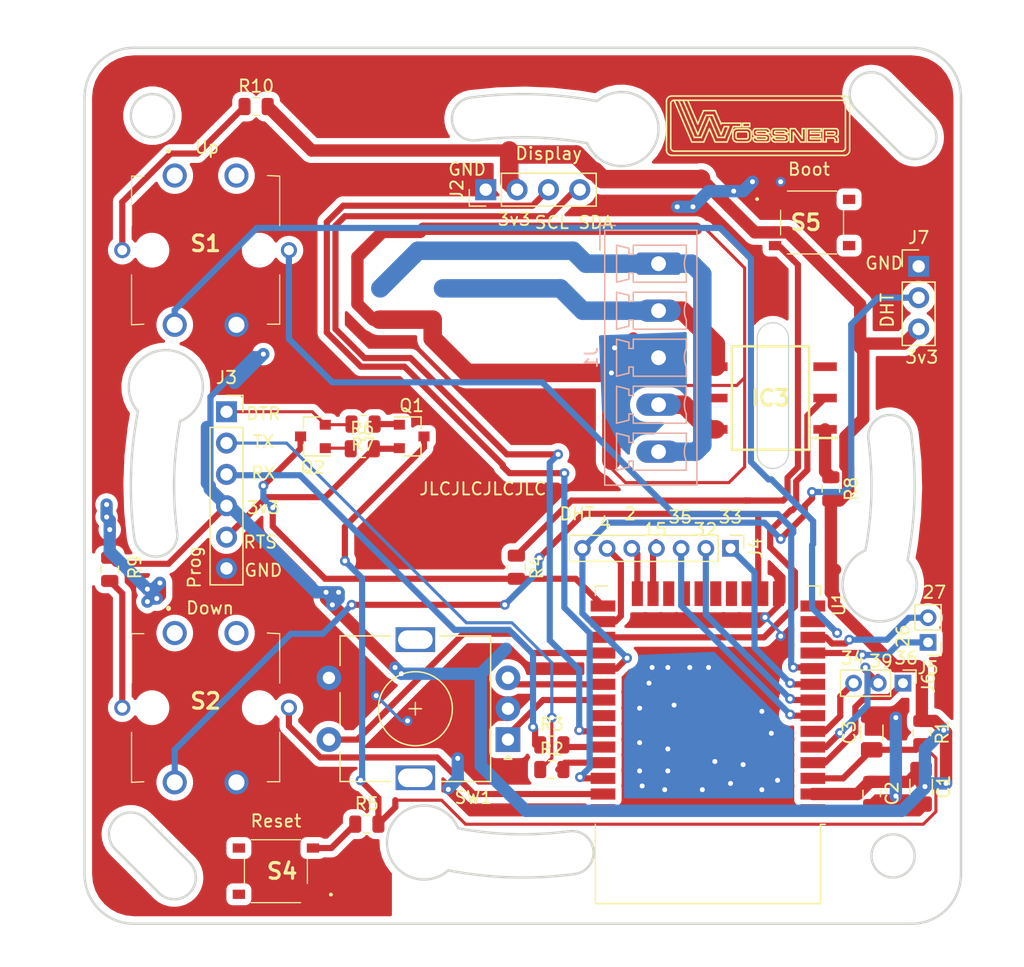
<source format=kicad_pcb>
(kicad_pcb (version 20171130) (host pcbnew "(5.1.10)-1")
  (layers (0 F.Cu signal) (31 B.Cu signal) (34 B.Paste user) (35 F.Paste user) (36 B.SilkS user) (37 F.SilkS user) (38 B.Mask user) (39 F.Mask user) (44 Edge.Cuts user))
  (net 0 "")
  (net 1 GND)
  (net 2 +3V3)
  (net 3 RESET)
  (net 4 Load_N)
  (net 5 AC_L)
  (net 6 AC_N)
  (net 7 SCL)
  (net 8 SDA)
  (net 9 RTS)
  (net 10 USART_RX)
  (net 11 USART_TX)
  (net 12 DTR)
  (net 13 "Net-(Q1-Pad1)")
  (net 14 BOOT)
  (net 15 "Net-(Q2-Pad1)")
  (net 16 SSR)
  (net 17 "Net-(R2-Pad2)")
  (net 18 "Net-(R3-Pad2)")
  (net 19 "Net-(R4-Pad1)")
  (net 20 "Net-(R5-Pad1)")
  (net 21 ROTA)
  (net 22 ROTB)
  (net 23 RotarySwitch)
  (net 24 DOWN)
  (net 25 UP)
  (net 26 "Net-(U1-Pad32)")
  (net 27 "Net-(U1-Pad22)")
  (net 28 "Net-(U1-Pad21)")
  (net 29 "Net-(U1-Pad20)")
  (net 30 "Net-(U1-Pad19)")
  (net 31 "Net-(U1-Pad18)")
  (net 32 "Net-(U1-Pad17)")
  (net 33 GPIO39)
  (net 34 GPIO36)
  (net 35 GPIO35)
  (net 36 GPIO34)
  (net 37 GPIO33)
  (net 38 GPIO32)
  (net 39 GPIO27)
  (net 40 GPIO26)
  (net 41 GPIO15)
  (net 42 GPIO12)
  (net 43 GPIO4)
  (net 44 GPIO2)
  (net 45 "Net-(IC3-Pad5)")
  (net 46 "Net-(IC3-Pad3)")
  (net 47 "Net-(IC3-Pad1)")
  (net 48 "Net-(R9-Pad1)")
  (net 49 "Net-(R10-Pad1)")
  (net 50 LEDUP)
  (net 51 LEDDown)
  (net 52 "Net-(S4-PadD1)")
  (net 53 "Net-(S4-PadB1)")
  (net 54 "Net-(S5-PadD1)")
  (net 55 "Net-(S5-PadB1)")
  (net 56 Earth)
  (net 57 DHT)
  (net 58 "Net-(S1-PadC2)")
  (net 59 "Net-(S1-PadC1)")
  (net 60 "Net-(S2-PadC2)")
  (net 61 "Net-(S2-PadC1)")
  (module CPC:SOP254P952X470-6N (layer F.Cu) (at 119.566 62.488 180)
    (fp_text reference IC3 (at 0 0) (layer F.SilkS) (effects (font (size 1.27 1.27) (thickness 0.254))))
    (fp_text value CPC1972GSTR hide)
    (pad 6 smd rect (at 4.425 -2.54 270) (size 0.7 1.9) (layers F.Cu F.Paste F.Mask) (net 4 Load_N))
    (pad 5 smd rect (at 4.425 0 270) (size 0.7 1.9) (layers F.Cu F.Paste F.Mask) (net 45 "Net-(IC3-Pad5)"))
    (pad 4 smd rect (at 4.425 2.54 270) (size 0.7 1.9) (layers F.Cu F.Paste F.Mask) (net 6 AC_N))
    (pad 3 smd rect (at -4.425 2.54 270) (size 0.7 1.9) (layers F.Cu F.Paste F.Mask) (net 46 "Net-(IC3-Pad3)"))
    (pad 2 smd rect (at -4.425 0 270) (size 0.7 1.9) (layers F.Cu F.Paste F.Mask) (net 16 SSR))
    (pad 1 smd rect (at -4.425 -2.54 270) (size 0.7 1.9) (layers F.Cu F.Paste F.Mask) (net 47 "Net-(IC3-Pad1)"))
  )
  (module CPC:TS1187ABAB (layer F.Cu) (at 122.936 48.26)
    (fp_text reference S5 (at -0.5 0) (layer F.SilkS) (effects (font (size 1.27 1.27) (thickness 0.254))))
    (fp_text value TS-1187A-B-A-B hide)
    (pad D1 smd rect (at 3 1.875 90) (size 0.75 1) (layers F.Cu F.Paste F.Mask) (net 54 "Net-(S5-PadD1)"))
    (pad C1 smd rect (at -3 1.875 90) (size 0.75 1) (layers F.Cu F.Paste F.Mask) (net 19 "Net-(R4-Pad1)"))
    (pad B1 smd rect (at 3 -1.875 90) (size 0.75 1) (layers F.Cu F.Paste F.Mask) (net 55 "Net-(S5-PadB1)"))
    (pad A1 smd rect (at -3 -1.875 90) (size 0.75 1) (layers F.Cu F.Paste F.Mask) (net 1 GND))
  )
  (module CPC:TS1187ABAB (layer F.Cu) (at 79.502 100.838 180)
    (fp_text reference S4 (at -0.5 0) (layer F.SilkS) (effects (font (size 1.27 1.27) (thickness 0.254))))
    (fp_text value TS-1187A-B-A-B hide)
    (pad D1 smd rect (at 3 1.875 270) (size 0.75 1) (layers F.Cu F.Paste F.Mask) (net 52 "Net-(S4-PadD1)"))
    (pad C1 smd rect (at -3 1.875 270) (size 0.75 1) (layers F.Cu F.Paste F.Mask) (net 20 "Net-(R5-Pad1)"))
    (pad B1 smd rect (at 3 -1.875 270) (size 0.75 1) (layers F.Cu F.Paste F.Mask) (net 53 "Net-(S4-PadB1)"))
    (pad A1 smd rect (at -3 -1.875 270) (size 0.75 1) (layers F.Cu F.Paste F.Mask) (net 1 GND))
  )
  (module K6:K61212A03 (layer F.Cu) (at 71.306 81.538)
    (fp_text reference S2 (at 2.5 5.513) (layer F.SilkS) (effects (font (size 1.27 1.27) (thickness 0.254))))
    (fp_text value K6-1212A-03 hide)
    (pad MH4 thru_hole circle (at 9.25 6.05) (size 1.3 1.3) (drill 0.8) (layers *.Cu *.Mask) (net 51 LEDDown))
    (pad MH3 thru_hole circle (at -4.25 6.05) (size 1.3 1.3) (drill 0.8) (layers *.Cu *.Mask) (net 48 "Net-(R9-Pad1)"))
    (pad MH2 np_thru_hole circle (at 6.85 6.05) (size 1.8 0) (drill 1.8) (layers *.Cu *.Mask))
    (pad MH1 np_thru_hole circle (at -1.85 6.05) (size 1.8 0) (drill 1.8) (layers *.Cu *.Mask))
    (pad C4 thru_hole circle (at 5 12.1) (size 1.95 1.95) (drill 1.3) (layers *.Cu *.Mask) (net 1 GND))
    (pad C3 thru_hole circle (at 0 12.1) (size 1.95 1.95) (drill 1.3) (layers *.Cu *.Mask) (net 24 DOWN))
    (pad C2 thru_hole circle (at 5 0) (size 1.95 1.95) (drill 1.3) (layers *.Cu *.Mask) (net 60 "Net-(S2-PadC2)"))
    (pad C1 thru_hole circle (at 0 0) (size 1.95 1.95) (drill 1.3) (layers *.Cu *.Mask) (net 61 "Net-(S2-PadC1)"))
  )
  (module K6:K61212A03 (layer F.Cu) (at 71.306 44.454)
    (fp_text reference S1 (at 2.5 5.513) (layer F.SilkS) (effects (font (size 1.27 1.27) (thickness 0.254))))
    (fp_text value K6-1212A-03 hide)
    (pad MH4 thru_hole circle (at 9.25 6.05) (size 1.3 1.3) (drill 0.8) (layers *.Cu *.Mask) (net 50 LEDUP))
    (pad MH3 thru_hole circle (at -4.25 6.05) (size 1.3 1.3) (drill 0.8) (layers *.Cu *.Mask) (net 49 "Net-(R10-Pad1)"))
    (pad MH2 np_thru_hole circle (at 6.85 6.05) (size 1.8 0) (drill 1.8) (layers *.Cu *.Mask))
    (pad MH1 np_thru_hole circle (at -1.85 6.05) (size 1.8 0) (drill 1.8) (layers *.Cu *.Mask))
    (pad C4 thru_hole circle (at 5 12.1) (size 1.95 1.95) (drill 1.3) (layers *.Cu *.Mask) (net 1 GND))
    (pad C3 thru_hole circle (at 0 12.1) (size 1.95 1.95) (drill 1.3) (layers *.Cu *.Mask) (net 25 UP))
    (pad C2 thru_hole circle (at 5 0) (size 1.95 1.95) (drill 1.3) (layers *.Cu *.Mask) (net 58 "Net-(S1-PadC2)"))
    (pad C1 thru_hole circle (at 0 0) (size 1.95 1.95) (drill 1.3) (layers *.Cu *.Mask) (net 59 "Net-(S1-PadC1)"))
  )
  (module Connector_PinHeader_2.00mm:PinHeader_1x03_P2.00mm_Vertical (layer F.Cu) (at 130.302 85.598 270)
    (fp_text reference J6 (at 0 -2.06 90) (layer F.SilkS))
    (fp_text value Conn_01x03_Male)
    (pad 3 thru_hole oval (at 0 4 270) (size 1.35 1.35) (drill 0.8) (layers *.Cu *.Mask) (net 36 GPIO34))
    (pad 2 thru_hole oval (at 0 2 270) (size 1.35 1.35) (drill 0.8) (layers *.Cu *.Mask) (net 33 GPIO39))
    (pad 1 thru_hole rect (at 0 0 270) (size 1.35 1.35) (drill 0.8) (layers *.Cu *.Mask) (net 34 GPIO36))
  )
  (module Connector_PinHeader_2.00mm:PinHeader_1x02_P2.00mm_Vertical (layer F.Cu) (at 132.334 82.296 180)
    (fp_text reference J5 (at 0 -2.06) (layer F.SilkS))
    (fp_text value Conn_01x02_Male)
    (pad 2 thru_hole oval (at 0 2 180) (size 1.35 1.35) (drill 0.8) (layers *.Cu *.Mask) (net 39 GPIO27))
    (pad 1 thru_hole rect (at 0 0 180) (size 1.35 1.35) (drill 0.8) (layers *.Cu *.Mask) (net 40 GPIO26))
  )
  (module Connector_PinHeader_2.00mm:PinHeader_1x07_P2.00mm_Vertical (layer F.Cu) (at 116.332 74.676 270)
    (fp_text reference J4 (at 0 -2.06 90) (layer F.SilkS))
    (fp_text value Conn_01x07_Male)
    (pad 7 thru_hole oval (at 0 12 270) (size 1.35 1.35) (drill 0.8) (layers *.Cu *.Mask) (net 57 DHT))
    (pad 6 thru_hole oval (at 0 10 270) (size 1.35 1.35) (drill 0.8) (layers *.Cu *.Mask) (net 43 GPIO4))
    (pad 5 thru_hole oval (at 0 8 270) (size 1.35 1.35) (drill 0.8) (layers *.Cu *.Mask) (net 44 GPIO2))
    (pad 4 thru_hole oval (at 0 6 270) (size 1.35 1.35) (drill 0.8) (layers *.Cu *.Mask) (net 41 GPIO15))
    (pad 3 thru_hole oval (at 0 4 270) (size 1.35 1.35) (drill 0.8) (layers *.Cu *.Mask) (net 35 GPIO35))
    (pad 2 thru_hole oval (at 0 2 270) (size 1.35 1.35) (drill 0.8) (layers *.Cu *.Mask) (net 38 GPIO32))
    (pad 1 thru_hole rect (at 0 0 270) (size 1.35 1.35) (drill 0.8) (layers *.Cu *.Mask) (net 37 GPIO33))
  )
  (module Connector_PinHeader_2.54mm:PinHeader_1x03_P2.54mm_Vertical (layer F.Cu) (at 131.572 51.816)
    (fp_text reference J7 (at 0 -2.33) (layer F.SilkS))
    (fp_text value Conn_01x03_Male_DHT)
    (pad 3 thru_hole oval (at 0 5.08) (size 1.7 1.7) (drill 1) (layers *.Cu *.Mask) (net 2 +3V3))
    (pad 2 thru_hole oval (at 0 2.54) (size 1.7 1.7) (drill 1) (layers *.Cu *.Mask) (net 57 DHT))
    (pad 1 thru_hole rect (at 0 0) (size 1.7 1.7) (drill 1) (layers *.Cu *.Mask) (net 1 GND))
  )
  (module Thermostat_SSR:RotaryEncoder_pec11r-4215k (layer F.Cu) (at 98.298 90.17 180)
    (fp_text reference SW1 (at 2.8 -4.7) (layer F.SilkS))
    (fp_text value Rotary_Encoder_Switch)
    (pad A thru_hole rect (at 0 0 180) (size 2 2) (drill 1) (layers *.Cu *.Mask) (net 21 ROTA))
    (pad C thru_hole circle (at 0 2.5 180) (size 2 2) (drill 1) (layers *.Cu *.Mask) (net 1 GND))
    (pad B thru_hole circle (at 0 5 180) (size 2 2) (drill 1) (layers *.Cu *.Mask) (net 22 ROTB))
    (pad MP thru_hole rect (at 7.5 -3.1 180) (size 3.2 2) (drill oval 2.8 1.5) (layers *.Cu *.Mask))
    (pad MP thru_hole rect (at 7.5 8.1 180) (size 3.2 2) (drill oval 2.8 1.5) (layers *.Cu *.Mask))
    (pad S2 thru_hole circle (at 14.5 0 180) (size 2 2) (drill 1) (layers *.Cu *.Mask) (net 23 RotarySwitch))
    (pad S1 thru_hole circle (at 14.5 5 180) (size 2 2) (drill 1) (layers *.Cu *.Mask) (net 1 GND))
  )
  (module Resistor_SMD:R_0805_2012Metric (layer F.Cu) (at 77.8995 38.862)
    (fp_text reference R10 (at 0 -1.65) (layer F.SilkS))
    (fp_text value R120)
    (pad 2 smd roundrect (at 0.9375 0) (size 0.975 1.4) (layers F.Cu F.Paste F.Mask) (net 2 +3V3))
    (pad 1 smd roundrect (at -0.9375 0) (size 0.975 1.4) (layers F.Cu F.Paste F.Mask) (net 49 "Net-(R10-Pad1)"))
  )
  (module Resistor_SMD:R_0805_2012Metric (layer F.Cu) (at 66.04 76.3755 90)
    (fp_text reference R9 (at 0.1755 2.032 90) (layer F.SilkS))
    (fp_text value R120)
    (pad 2 smd roundrect (at 0.9375 0 90) (size 0.975 1.4) (layers F.Cu F.Paste F.Mask) (net 2 +3V3))
    (pad 1 smd roundrect (at -0.9375 0 90) (size 0.975 1.4) (layers F.Cu F.Paste F.Mask) (net 48 "Net-(R9-Pad1)"))
  )
  (module RF_Module:ESP32-WROOM-32 (layer F.Cu) (at 114.5 87.6 180)
    (fp_text reference U1 (at -10.61 8.43 90) (layer F.SilkS))
    (fp_text value ESP32-WROOM-32D)
    (pad 38 smd rect (at 8.5 -8.255 180) (size 2 0.9) (layers F.Cu F.Paste F.Mask) (net 1 GND))
    (pad 37 smd rect (at 8.5 -6.985 180) (size 2 0.9) (layers F.Cu F.Paste F.Mask) (net 51 LEDDown))
    (pad 36 smd rect (at 8.5 -5.715 180) (size 2 0.9) (layers F.Cu F.Paste F.Mask) (net 7 SCL))
    (pad 35 smd rect (at 8.5 -4.445 180) (size 2 0.9) (layers F.Cu F.Paste F.Mask) (net 17 "Net-(R2-Pad2)"))
    (pad 34 smd rect (at 8.5 -3.175 180) (size 2 0.9) (layers F.Cu F.Paste F.Mask) (net 18 "Net-(R3-Pad2)"))
    (pad 33 smd rect (at 8.5 -1.905 180) (size 2 0.9) (layers F.Cu F.Paste F.Mask) (net 8 SDA))
    (pad 32 smd rect (at 8.5 -0.635 180) (size 2 0.9) (layers F.Cu F.Paste F.Mask) (net 26 "Net-(U1-Pad32)"))
    (pad 31 smd rect (at 8.5 0.635 180) (size 2 0.9) (layers F.Cu F.Paste F.Mask) (net 21 ROTA))
    (pad 30 smd rect (at 8.5 1.905 180) (size 2 0.9) (layers F.Cu F.Paste F.Mask) (net 22 ROTB))
    (pad 29 smd rect (at 8.5 3.175 180) (size 2 0.9) (layers F.Cu F.Paste F.Mask) (net 57 DHT))
    (pad 28 smd rect (at 8.5 4.445 180) (size 2 0.9) (layers F.Cu F.Paste F.Mask) (net 23 RotarySwitch))
    (pad 27 smd rect (at 8.5 5.715 180) (size 2 0.9) (layers F.Cu F.Paste F.Mask) (net 16 SSR))
    (pad 26 smd rect (at 8.5 6.985 180) (size 2 0.9) (layers F.Cu F.Paste F.Mask) (net 43 GPIO4))
    (pad 25 smd rect (at 8.5 8.255 180) (size 2 0.9) (layers F.Cu F.Paste F.Mask) (net 14 BOOT))
    (pad 24 smd rect (at 5.715 9.255 270) (size 2 0.9) (layers F.Cu F.Paste F.Mask) (net 44 GPIO2))
    (pad 23 smd rect (at 4.445 9.255 270) (size 2 0.9) (layers F.Cu F.Paste F.Mask) (net 41 GPIO15))
    (pad 22 smd rect (at 3.175 9.255 270) (size 2 0.9) (layers F.Cu F.Paste F.Mask) (net 27 "Net-(U1-Pad22)"))
    (pad 21 smd rect (at 1.905 9.255 270) (size 2 0.9) (layers F.Cu F.Paste F.Mask) (net 28 "Net-(U1-Pad21)"))
    (pad 20 smd rect (at 0.635 9.255 270) (size 2 0.9) (layers F.Cu F.Paste F.Mask) (net 29 "Net-(U1-Pad20)"))
    (pad 19 smd rect (at -0.635 9.255 270) (size 2 0.9) (layers F.Cu F.Paste F.Mask) (net 30 "Net-(U1-Pad19)"))
    (pad 18 smd rect (at -1.905 9.255 270) (size 2 0.9) (layers F.Cu F.Paste F.Mask) (net 31 "Net-(U1-Pad18)"))
    (pad 17 smd rect (at -3.175 9.255 270) (size 2 0.9) (layers F.Cu F.Paste F.Mask) (net 32 "Net-(U1-Pad17)"))
    (pad 16 smd rect (at -4.445 9.255 270) (size 2 0.9) (layers F.Cu F.Paste F.Mask) (net 24 DOWN))
    (pad 15 smd rect (at -5.715 9.255 270) (size 2 0.9) (layers F.Cu F.Paste F.Mask) (net 1 GND))
    (pad 14 smd rect (at -8.5 8.255 180) (size 2 0.9) (layers F.Cu F.Paste F.Mask) (net 42 GPIO12))
    (pad 13 smd rect (at -8.5 6.985 180) (size 2 0.9) (layers F.Cu F.Paste F.Mask) (net 25 UP))
    (pad 12 smd rect (at -8.5 5.715 180) (size 2 0.9) (layers F.Cu F.Paste F.Mask) (net 39 GPIO27))
    (pad 11 smd rect (at -8.5 4.445 180) (size 2 0.9) (layers F.Cu F.Paste F.Mask) (net 40 GPIO26))
    (pad 10 smd rect (at -8.5 3.175 180) (size 2 0.9) (layers F.Cu F.Paste F.Mask) (net 50 LEDUP))
    (pad 9 smd rect (at -8.5 1.905 180) (size 2 0.9) (layers F.Cu F.Paste F.Mask) (net 37 GPIO33))
    (pad 8 smd rect (at -8.5 0.635 180) (size 2 0.9) (layers F.Cu F.Paste F.Mask) (net 38 GPIO32))
    (pad 7 smd rect (at -8.5 -0.635 180) (size 2 0.9) (layers F.Cu F.Paste F.Mask) (net 35 GPIO35))
    (pad 6 smd rect (at -8.5 -1.905 180) (size 2 0.9) (layers F.Cu F.Paste F.Mask) (net 36 GPIO34))
    (pad 5 smd rect (at -8.5 -3.175 180) (size 2 0.9) (layers F.Cu F.Paste F.Mask) (net 33 GPIO39))
    (pad 4 smd rect (at -8.5 -4.445 180) (size 2 0.9) (layers F.Cu F.Paste F.Mask) (net 34 GPIO36))
    (pad 3 smd rect (at -8.5 -5.715 180) (size 2 0.9) (layers F.Cu F.Paste F.Mask) (net 3 RESET))
    (pad 2 smd rect (at -8.5 -6.985 180) (size 2 0.9) (layers F.Cu F.Paste F.Mask) (net 2 +3V3))
    (pad 1 smd rect (at -8.5 -8.255 180) (size 2 0.9) (layers F.Cu F.Paste F.Mask) (net 1 GND))
    (pad 39 smd rect (at -1 -0.755 180) (size 5 5) (layers F.Cu F.Paste F.Mask) (net 1 GND))
  )
  (module Resistor_SMD:R_0805_2012Metric (layer F.Cu) (at 124.46 69.85 270)
    (fp_text reference R8 (at 0 -1.65 90) (layer F.SilkS))
    (fp_text value R220)
    (pad 2 smd roundrect (at 0.9375 0 270) (size 0.975 1.4) (layers F.Cu F.Paste F.Mask) (net 2 +3V3))
    (pad 1 smd roundrect (at -0.9375 0 270) (size 0.975 1.4) (layers F.Cu F.Paste F.Mask) (net 47 "Net-(IC3-Pad1)"))
  )
  (module Resistor_SMD:R_0805_2012Metric (layer F.Cu) (at 86.5625 64.6 180)
    (fp_text reference R7 (at 0 -1.65) (layer F.SilkS))
    (fp_text value R10k)
    (pad 2 smd roundrect (at 0.9375 0 180) (size 0.975 1.4) (layers F.Cu F.Paste F.Mask) (net 12 DTR))
    (pad 1 smd roundrect (at -0.9375 0 180) (size 0.975 1.4) (layers F.Cu F.Paste F.Mask) (net 13 "Net-(Q1-Pad1)"))
  )
  (module Resistor_SMD:R_0805_2012Metric (layer F.Cu) (at 86.5 66.6)
    (fp_text reference R6 (at 0 -1.65) (layer F.SilkS))
    (fp_text value R10k)
    (pad 2 smd roundrect (at 0.9375 0) (size 0.975 1.4) (layers F.Cu F.Paste F.Mask) (net 9 RTS))
    (pad 1 smd roundrect (at -0.9375 0) (size 0.975 1.4) (layers F.Cu F.Paste F.Mask) (net 15 "Net-(Q2-Pad1)"))
  )
  (module Resistor_SMD:R_0805_2012Metric (layer F.Cu) (at 86.868 97.028)
    (fp_text reference R5 (at 0 -1.65) (layer F.SilkS))
    (fp_text value R470)
    (pad 2 smd roundrect (at 0.9375 0) (size 0.975 1.4) (layers F.Cu F.Paste F.Mask) (net 3 RESET))
    (pad 1 smd roundrect (at -0.9375 0) (size 0.975 1.4) (layers F.Cu F.Paste F.Mask) (net 20 "Net-(R5-Pad1)"))
  )
  (module Resistor_SMD:R_0805_2012Metric (layer F.Cu) (at 98.9815 76.2 270)
    (fp_text reference R4 (at 0 -1.65 90) (layer F.SilkS))
    (fp_text value R470)
    (pad 2 smd roundrect (at 0.9375 0 270) (size 0.975 1.4) (layers F.Cu F.Paste F.Mask) (net 14 BOOT))
    (pad 1 smd roundrect (at -0.9375 0 270) (size 0.975 1.4) (layers F.Cu F.Paste F.Mask) (net 19 "Net-(R4-Pad1)"))
  )
  (module Resistor_SMD:R_0805_2012Metric (layer F.Cu) (at 101.854 90.6)
    (fp_text reference R3 (at 0 -1.65) (layer F.SilkS))
    (fp_text value R470)
    (pad 2 smd roundrect (at 0.9375 0) (size 0.975 1.4) (layers F.Cu F.Paste F.Mask) (net 18 "Net-(R3-Pad2)"))
    (pad 1 smd roundrect (at -0.9375 0) (size 0.975 1.4) (layers F.Cu F.Paste F.Mask) (net 10 USART_RX))
  )
  (module Resistor_SMD:R_0805_2012Metric (layer F.Cu) (at 101.854 92.6)
    (fp_text reference R2 (at 0 -1.65) (layer F.SilkS))
    (fp_text value R470)
    (pad 2 smd roundrect (at 0.9375 0) (size 0.975 1.4) (layers F.Cu F.Paste F.Mask) (net 17 "Net-(R2-Pad2)"))
    (pad 1 smd roundrect (at -0.9375 0) (size 0.975 1.4) (layers F.Cu F.Paste F.Mask) (net 11 USART_TX))
  )
  (module Resistor_SMD:R_0805_2012Metric (layer F.Cu) (at 131.8325 89.6 270)
    (fp_text reference R1 (at 0 -1.65 90) (layer F.SilkS))
    (fp_text value R10k)
    (pad 2 smd roundrect (at 0.9375 0 270) (size 0.975 1.4) (layers F.Cu F.Paste F.Mask) (net 3 RESET))
    (pad 1 smd roundrect (at -0.9375 0 270) (size 0.975 1.4) (layers F.Cu F.Paste F.Mask) (net 2 +3V3))
  )
  (module Package_TO_SOT_SMD:SOT-23 (layer F.Cu) (at 82.5 65.6 180)
    (fp_text reference Q2 (at 0 -2.5) (layer F.SilkS))
    (fp_text value BC847)
    (pad 3 smd rect (at 1 0 180) (size 0.9 0.8) (layers F.Cu F.Paste F.Mask) (net 14 BOOT))
    (pad 2 smd rect (at -1 0.95 180) (size 0.9 0.8) (layers F.Cu F.Paste F.Mask) (net 12 DTR))
    (pad 1 smd rect (at -1 -0.95 180) (size 0.9 0.8) (layers F.Cu F.Paste F.Mask) (net 15 "Net-(Q2-Pad1)"))
  )
  (module Package_TO_SOT_SMD:SOT-23 (layer F.Cu) (at 90.5 65.6)
    (fp_text reference Q1 (at 0 -2.5) (layer F.SilkS))
    (fp_text value BC847)
    (pad 3 smd rect (at 1 0) (size 0.9 0.8) (layers F.Cu F.Paste F.Mask) (net 3 RESET))
    (pad 2 smd rect (at -1 0.95) (size 0.9 0.8) (layers F.Cu F.Paste F.Mask) (net 9 RTS))
    (pad 1 smd rect (at -1 -0.95) (size 0.9 0.8) (layers F.Cu F.Paste F.Mask) (net 13 "Net-(Q1-Pad1)"))
  )
  (module Connector_PinSocket_2.54mm:PinSocket_1x06_P2.54mm_Vertical (layer F.Cu) (at 75.5 63.6)
    (fp_text reference J3 (at 0 -2.77) (layer F.SilkS))
    (fp_text value Conn_01x04_Female_Prog)
    (pad 6 thru_hole oval (at 0 12.7) (size 1.7 1.7) (drill 1) (layers *.Cu *.Mask) (net 1 GND))
    (pad 5 thru_hole oval (at 0 10.16) (size 1.7 1.7) (drill 1) (layers *.Cu *.Mask) (net 9 RTS))
    (pad 4 thru_hole oval (at 0 7.62) (size 1.7 1.7) (drill 1) (layers *.Cu *.Mask) (net 2 +3V3))
    (pad 3 thru_hole oval (at 0 5.08) (size 1.7 1.7) (drill 1) (layers *.Cu *.Mask) (net 10 USART_RX))
    (pad 2 thru_hole oval (at 0 2.54) (size 1.7 1.7) (drill 1) (layers *.Cu *.Mask) (net 11 USART_TX))
    (pad 1 thru_hole rect (at 0 0) (size 1.7 1.7) (drill 1) (layers *.Cu *.Mask) (net 12 DTR))
  )
  (module Connector_PinHeader_2.54mm:PinHeader_1x04_P2.54mm_Vertical (layer F.Cu) (at 96.5 45.6 90)
    (fp_text reference J2 (at 0 -2.33 90) (layer F.SilkS))
    (fp_text value Conn_01x04_Female_Display)
    (pad 4 thru_hole oval (at 0 7.62 90) (size 1.7 1.7) (drill 1) (layers *.Cu *.Mask) (net 8 SDA))
    (pad 3 thru_hole oval (at 0 5.08 90) (size 1.7 1.7) (drill 1) (layers *.Cu *.Mask) (net 7 SCL))
    (pad 2 thru_hole oval (at 0 2.54 90) (size 1.7 1.7) (drill 1) (layers *.Cu *.Mask) (net 2 +3V3))
    (pad 1 thru_hole rect (at 0 0 90) (size 1.7 1.7) (drill 1) (layers *.Cu *.Mask) (net 1 GND))
  )
  (module Connector_Phoenix_MC:PhoenixContact_MCV_1,5_5-G-3.81_1x05_P3.81mm_Vertical (layer B.Cu) (at 110.5 51.6 270)
    (fp_text reference J1 (at 7.62 5.45 90) (layer B.SilkS) (effects (justify mirror)))
    (fp_text value Screw_Terminal_01x04)
    (pad 5 thru_hole oval (at 15.24 0 270) (size 1.8 3.6) (drill 1.2) (layers *.Cu *.Mask) (net 5 AC_L))
    (pad 4 thru_hole oval (at 11.43 0 270) (size 1.8 3.6) (drill 1.2) (layers *.Cu *.Mask) (net 4 Load_N))
    (pad 3 thru_hole oval (at 7.62 0 270) (size 1.8 3.6) (drill 1.2) (layers *.Cu *.Mask) (net 56 Earth))
    (pad 2 thru_hole oval (at 3.81 0 270) (size 1.8 3.6) (drill 1.2) (layers *.Cu *.Mask) (net 6 AC_N))
    (pad 1 thru_hole roundrect (at 0 0 270) (size 1.8 3.6) (drill 1.2) (layers *.Cu *.Mask) (roundrect_rratio 0.138889) (net 5 AC_L))
  )
  (module Capacitor_SMD:C_1206_3216Metric (layer F.Cu) (at 127.77 89.6 90)
    (fp_text reference C3 (at 0 -1.82 90) (layer F.SilkS))
    (fp_text value C10uf)
    (pad 2 smd roundrect (at 1.4 0 90) (size 1.25 1.75) (layers F.Cu F.Paste F.Mask) (roundrect_rratio 0.2) (net 1 GND))
    (pad 1 smd roundrect (at -1.4 0 90) (size 1.25 1.75) (layers F.Cu F.Paste F.Mask) (roundrect_rratio 0.2) (net 3 RESET))
  )
  (module Capacitor_SMD:C_0805_2012Metric (layer F.Cu) (at 127.77 94.5375 270)
    (fp_text reference C2 (at 0 -1.65 90) (layer F.SilkS))
    (fp_text value C100nf)
    (pad 2 smd roundrect (at 0.9375 0 270) (size 0.975 1.4) (layers F.Cu F.Paste F.Mask) (net 1 GND))
    (pad 1 smd roundrect (at -0.9375 0 270) (size 0.975 1.4) (layers F.Cu F.Paste F.Mask) (net 2 +3V3))
  )
  (module Capacitor_SMD:C_1206_3216Metric (layer F.Cu) (at 131.77 94 270)
    (fp_text reference C1 (at 0 -1.82 90) (layer F.SilkS))
    (fp_text value C10uf)
    (pad 2 smd roundrect (at 1.4 0 270) (size 1.25 1.75) (layers F.Cu F.Paste F.Mask) (roundrect_rratio 0.2) (net 1 GND))
    (pad 1 smd roundrect (at -1.4 0 270) (size 1.25 1.75) (layers F.Cu F.Paste F.Mask) (roundrect_rratio 0.2) (net 2 +3V3))
  )
  (gr_text 3v3 (at 131.826 59.182) (layer F.SilkS) (effects (font (size 1 1))))
  (gr_text GND (at 128.778 51.562) (layer F.SilkS) (effects (font (size 1 1))))
  (gr_text RX (at 78.486 68.58) (layer F.SilkS) (effects (font (size 1 1))))
  (gr_text TX (at 78.486 66.04) (layer F.SilkS) (effects (font (size 1 1))))
  (gr_text SCL (at 101.854 48.26) (layer F.SilkS) (effects (font (size 1 1))))
  (gr_text 3v3 (at 98.806 48.006) (layer F.SilkS) (effects (font (size 1 1))))
  (gr_text 3v3 (at 78.486 71.374) (layer F.SilkS) (effects (font (size 1 1))))
  (gr_text "RTS\n" (at 78.232 74.168) (layer F.SilkS) (effects (font (size 1 1))))
  (gr_text GND (at 78.486 76.454) (layer F.SilkS) (effects (font (size 1 1))))
  (gr_text DTR (at 78.486 63.754) (layer F.SilkS) (effects (font (size 1 1))))
  (gr_text "SDA\n" (at 105.41 48.26) (layer F.SilkS) (effects (font (size 1 1))))
  (gr_text GND (at 94.996 43.942) (layer F.SilkS) (effects (font (size 1 1))))
  (gr_line (start 121.031 57.658) (end 121.031 66.929) (layer Edge.Cuts) (width 0.1))
  (gr_line (start 118.491 57.658) (end 118.491 66.929) (layer Edge.Cuts) (width 0.1))
  (gr_arc (start 119.761 66.929) (end 118.491 66.929) (angle -180) (layer Edge.Cuts) (width 0.1))
  (gr_arc (start 119.761 57.658) (end 121.031 57.658) (angle -180) (layer Edge.Cuts) (width 0.1))
  (gr_text JLCJLCJLCJLC (at 96.266 69.85) (layer F.SilkS) (effects (font (size 1 1))))
  (gr_arc (start 119.144495 40.979362) (end 119.258246 40.991499) (angle -90) (layer F.SilkS) (width 0.128))
  (gr_line (start 124.086626 41.160856) (end 124.696311 41.160856) (layer F.SilkS) (width 0.128))
  (gr_line (start 124.086626 41.73667) (end 124.086626 41.416248) (layer F.SilkS) (width 0.128))
  (gr_line (start 124.086626 40.908177) (end 124.086626 41.160856) (layer F.SilkS) (width 0.128))
  (gr_line (start 124.086626 41.416248) (end 124.662439 41.416248) (layer F.SilkS) (width 0.128))
  (gr_arc (start 124.637714 41.576459) (end 124.797925 41.601184) (angle -90) (layer F.SilkS) (width 0.128))
  (gr_line (start 119.156632 40.865611) (end 118.497496 40.865611) (layer F.SilkS) (width 0.128))
  (gr_arc (start 124.671585 41.034516) (end 124.696311 41.160856) (angle -90) (layer F.SilkS) (width 0.128))
  (gr_arc (start 124.696311 41.009791) (end 124.797925 41.009791) (angle -90) (layer F.SilkS) (width 0.128))
  (gr_line (start 123.831234 41.73667) (end 124.086626 41.73667) (layer F.SilkS) (width 0.128))
  (gr_line (start 124.696311 40.908177) (end 124.086626 40.908177) (layer F.SilkS) (width 0.128))
  (gr_line (start 119.513638 40.923756) (end 119.513638 40.991499) (layer F.SilkS) (width 0.128))
  (gr_line (start 119.178539 41.312598) (end 118.364526 41.285494) (layer F.SilkS) (width 0.128))
  (gr_line (start 118.158901 41.065703) (end 118.158783 40.865611) (layer F.SilkS) (width 0.128))
  (gr_line (start 118.371608 40.652785) (end 119.242667 40.652785) (layer F.SilkS) (width 0.128))
  (gr_arc (start 119.174974 41.418191) (end 119.174924 41.523843) (angle -178.0929266) (layer F.SilkS) (width 0.128))
  (gr_arc (start 119.242667 40.923756) (end 119.513638 40.923756) (angle -90) (layer F.SilkS) (width 0.128))
  (gr_arc (start 118.371608 40.865611) (end 118.371608 40.652785) (angle -90) (layer F.SilkS) (width 0.128))
  (gr_arc (start 118.371608 41.072786) (end 118.158901 41.065703) (angle -90) (layer F.SilkS) (width 0.128))
  (gr_line (start 116.775306 41.345792) (end 116.775306 41.043662) (layer F.SilkS) (width 0.128))
  (gr_arc (start 116.910792 41.345792) (end 116.775306 41.345792) (angle -90) (layer F.SilkS) (width 0.128))
  (gr_line (start 119.513638 40.991499) (end 119.258246 40.991499) (layer F.SilkS) (width 0.128))
  (gr_line (start 120.804194 41.73667) (end 119.933136 41.73667) (layer F.SilkS) (width 0.128))
  (gr_arc (start 119.874991 40.865611) (end 119.874991 40.652785) (angle -90) (layer F.SilkS) (width 0.128))
  (gr_arc (start 119.874991 41.072786) (end 119.662282 41.065703) (angle -90) (layer F.SilkS) (width 0.128))
  (gr_arc (start 120.678356 41.418191) (end 120.678307 41.523843) (angle -178.0929266) (layer F.SilkS) (width 0.128))
  (gr_arc (start 125.368987 42.20396) (end 125.368987 42.474659) (angle -90) (layer F.SilkS) (width 0.128))
  (gr_arc (start 120.804194 41.316669) (end 121.017021 41.316669) (angle -88.092962) (layer F.SilkS) (width 0.128))
  (gr_line (start 120.019171 41.523843) (end 120.678307 41.523843) (layer F.SilkS) (width 0.128))
  (gr_arc (start 120.031307 41.410092) (end 119.917556 41.397956) (angle -90) (layer F.SilkS) (width 0.128))
  (gr_arc (start 120.804194 41.523843) (end 120.804194 41.73667) (angle -90) (layer F.SilkS) (width 0.128))
  (gr_line (start 121.017021 41.316669) (end 121.017021 41.523843) (layer F.SilkS) (width 0.128))
  (gr_line (start 120.660015 40.865611) (end 120.000879 40.865611) (layer F.SilkS) (width 0.128))
  (gr_line (start 125.368987 42.474659) (end 111.76 42.474659) (layer F.SilkS) (width 0.128))
  (gr_arc (start 120.647878 40.979362) (end 120.761629 40.991499) (angle -90) (layer F.SilkS) (width 0.128))
  (gr_arc (start 120.74605 40.923756) (end 121.017021 40.923756) (angle -90) (layer F.SilkS) (width 0.128))
  (gr_line (start 120.681922 41.312598) (end 119.867909 41.285494) (layer F.SilkS) (width 0.128))
  (gr_line (start 119.662282 41.065703) (end 119.662165 40.865611) (layer F.SilkS) (width 0.128))
  (gr_line (start 125.639687 38.624701) (end 125.639687 42.20396) (layer F.SilkS) (width 0.128))
  (gr_line (start 119.997263 41.076857) (end 120.811277 41.10396) (layer F.SilkS) (width 0.128))
  (gr_line (start 119.662165 41.465699) (end 119.662165 41.397956) (layer F.SilkS) (width 0.128))
  (gr_arc (start 120.000829 40.971264) (end 120.000879 40.865611) (angle -178.0929974) (layer F.SilkS) (width 0.128))
  (gr_line (start 119.662165 41.397956) (end 119.917556 41.397956) (layer F.SilkS) (width 0.128))
  (gr_arc (start 119.933136 41.465699) (end 119.662165 41.465699) (angle -90) (layer F.SilkS) (width 0.128))
  (gr_line (start 119.874991 40.652785) (end 120.74605 40.652785) (layer F.SilkS) (width 0.128))
  (gr_arc (start 118.429753 41.465699) (end 118.158783 41.465699) (angle -90) (layer F.SilkS) (width 0.128))
  (gr_line (start 118.515788 41.523843) (end 119.174924 41.523843) (layer F.SilkS) (width 0.128))
  (gr_arc (start 119.300812 41.316669) (end 119.513638 41.316669) (angle -88.092962) (layer F.SilkS) (width 0.128))
  (gr_line (start 118.158783 41.465699) (end 118.158783 41.397956) (layer F.SilkS) (width 0.128))
  (gr_line (start 118.158783 41.397956) (end 118.414174 41.397956) (layer F.SilkS) (width 0.128))
  (gr_line (start 119.300812 41.73667) (end 118.429753 41.73667) (layer F.SilkS) (width 0.128))
  (gr_line (start 118.493881 41.076857) (end 119.307894 41.10396) (layer F.SilkS) (width 0.128))
  (gr_arc (start 118.497446 40.971264) (end 118.497496 40.865611) (angle -178.0929974) (layer F.SilkS) (width 0.128))
  (gr_line (start 119.513638 41.316669) (end 119.513638 41.523843) (layer F.SilkS) (width 0.128))
  (gr_arc (start 119.300812 41.523843) (end 119.300812 41.73667) (angle -90) (layer F.SilkS) (width 0.128))
  (gr_arc (start 118.527925 41.410092) (end 118.414174 41.397956) (angle -90) (layer F.SilkS) (width 0.128))
  (gr_line (start 116.519915 41.397956) (end 116.519915 40.991499) (layer F.SilkS) (width 0.128))
  (gr_arc (start 116.910792 41.043662) (end 116.910792 40.908177) (angle -90) (layer F.SilkS) (width 0.128))
  (gr_line (start 117.619379 41.481278) (end 116.910792 41.481278) (layer F.SilkS) (width 0.128))
  (gr_arc (start 116.858629 41.397956) (end 116.519915 41.397956) (angle -90) (layer F.SilkS) (width 0.128))
  (gr_line (start 116.910792 40.908177) (end 117.619379 40.908177) (layer F.SilkS) (width 0.128))
  (gr_arc (start 117.671542 40.991499) (end 118.010256 40.991499) (angle -90) (layer F.SilkS) (width 0.128))
  (gr_line (start 116.858629 40.652785) (end 117.671542 40.652785) (layer F.SilkS) (width 0.128))
  (gr_arc (start 116.858629 40.991499) (end 116.858629 40.652785) (angle -90) (layer F.SilkS) (width 0.128))
  (gr_arc (start 117.619379 41.043662) (end 117.754865 41.043662) (angle -90) (layer F.SilkS) (width 0.128))
  (gr_arc (start 117.619379 41.345792) (end 117.619379 41.481278) (angle -90) (layer F.SilkS) (width 0.128))
  (gr_line (start 117.754865 41.043662) (end 117.754865 41.345792) (layer F.SilkS) (width 0.128))
  (gr_line (start 112.863896 38.354) (end 125.368987 38.354) (layer F.SilkS) (width 0.128))
  (gr_line (start 112.495931 38.354) (end 112.863896 38.354) (layer F.SilkS) (width 0.128))
  (gr_line (start 112.127965 38.354) (end 112.495931 38.354) (layer F.SilkS) (width 0.128))
  (gr_line (start 118.010256 40.991499) (end 118.010256 41.397956) (layer F.SilkS) (width 0.128))
  (gr_arc (start 111.76 38.624701) (end 111.76 38.354) (angle -90) (layer F.SilkS) (width 0.128))
  (gr_line (start 111.76 38.354) (end 112.127965 38.354) (layer F.SilkS) (width 0.128))
  (gr_line (start 117.671542 41.73667) (end 116.858629 41.73667) (layer F.SilkS) (width 0.128))
  (gr_line (start 111.489299 42.20396) (end 111.489299 38.624701) (layer F.SilkS) (width 0.128))
  (gr_arc (start 111.76 42.20396) (end 111.489299 42.20396) (angle -90) (layer F.SilkS) (width 0.128))
  (gr_arc (start 125.368987 38.624701) (end 125.639687 38.624701) (angle -90) (layer F.SilkS) (width 0.128))
  (gr_arc (start 117.671542 41.397956) (end 117.671542 41.73667) (angle -90) (layer F.SilkS) (width 0.128))
  (gr_line (start 121.165999 40.652785) (end 121.566475 40.652785) (layer F.SilkS) (width 0.128))
  (gr_line (start 123.682707 40.652785) (end 122.546659 40.652785) (layer F.SilkS) (width 0.128))
  (gr_line (start 123.682707 41.73667) (end 123.682707 41.481278) (layer F.SilkS) (width 0.128))
  (gr_line (start 121.165999 41.73667) (end 121.165999 40.652785) (layer F.SilkS) (width 0.128))
  (gr_line (start 122.802051 40.874305) (end 123.682707 40.874305) (layer F.SilkS) (width 0.128))
  (gr_line (start 122.802051 41.305488) (end 123.614965 41.305488) (layer F.SilkS) (width 0.128))
  (gr_line (start 122.546659 41.73667) (end 123.682707 41.73667) (layer F.SilkS) (width 0.128))
  (gr_line (start 121.017021 40.991499) (end 120.761629 40.991499) (layer F.SilkS) (width 0.128))
  (gr_line (start 122.546659 40.652785) (end 122.546659 41.73667) (layer F.SilkS) (width 0.128))
  (gr_line (start 123.682707 40.874305) (end 123.682707 40.652785) (layer F.SilkS) (width 0.128))
  (gr_line (start 121.017021 40.923756) (end 121.017021 40.991499) (layer F.SilkS) (width 0.128))
  (gr_line (start 123.614965 41.050096) (end 122.802051 41.050096) (layer F.SilkS) (width 0.128))
  (gr_line (start 122.802051 41.481278) (end 122.802051 41.305488) (layer F.SilkS) (width 0.128))
  (gr_line (start 121.421391 41.73667) (end 121.165999 41.73667) (layer F.SilkS) (width 0.128))
  (gr_line (start 123.682707 41.481278) (end 122.802051 41.481278) (layer F.SilkS) (width 0.128))
  (gr_line (start 122.802051 41.050096) (end 122.802051 40.874305) (layer F.SilkS) (width 0.128))
  (gr_line (start 121.997205 41.73667) (end 121.421391 40.957627) (layer F.SilkS) (width 0.128))
  (gr_line (start 122.39768 41.73667) (end 121.997205 41.73667) (layer F.SilkS) (width 0.128))
  (gr_line (start 122.39768 40.652785) (end 122.39768 41.73667) (layer F.SilkS) (width 0.128))
  (gr_line (start 122.142289 40.652785) (end 122.39768 40.652785) (layer F.SilkS) (width 0.128))
  (gr_line (start 123.614965 41.305488) (end 123.614965 41.050096) (layer F.SilkS) (width 0.128))
  (gr_line (start 122.142289 41.431827) (end 122.142289 40.652785) (layer F.SilkS) (width 0.128))
  (gr_line (start 121.566475 40.652785) (end 122.142289 41.431827) (layer F.SilkS) (width 0.128))
  (gr_line (start 124.797925 41.601184) (end 124.797925 41.73667) (layer F.SilkS) (width 0.128))
  (gr_line (start 124.850088 40.652785) (end 123.831234 40.652785) (layer F.SilkS) (width 0.128))
  (gr_arc (start 124.825363 41.508716) (end 125.053317 41.533441) (angle -90) (layer F.SilkS) (width 0.128))
  (gr_line (start 125.053317 41.73667) (end 125.053317 41.533441) (layer F.SilkS) (width 0.128))
  (gr_arc (start 124.850088 40.856013) (end 125.053317 40.856013) (angle -90) (layer F.SilkS) (width 0.128))
  (gr_line (start 125.053317 41.126985) (end 125.053317 40.856013) (layer F.SilkS) (width 0.128))
  (gr_arc (start 124.874814 41.102259) (end 124.850088 41.280762) (angle -90) (layer F.SilkS) (width 0.128))
  (gr_line (start 124.797925 41.73667) (end 125.053317 41.73667) (layer F.SilkS) (width 0.128))
  (gr_line (start 123.831234 40.652785) (end 123.831234 41.73667) (layer F.SilkS) (width 0.128))
  (gr_line (start 121.421391 40.957627) (end 121.421391 41.73667) (layer F.SilkS) (width 0.128))
  (gr_line (start 113.680063 41.143642) (end 114.349652 39.56619) (layer F.SilkS) (width 0.128))
  (gr_line (start 115.568026 41.143642) (end 115.820665 40.486421) (layer F.SilkS) (width 0.128))
  (gr_arc (start 125.564493 38.429195) (end 125.985582 38.429195) (angle -122.4566601) (layer F.SilkS) (width 0.128))
  (gr_line (start 125.985582 42.399464) (end 125.985582 38.429195) (layer F.SilkS) (width 0.128))
  (gr_line (start 114.624045 39.786633) (end 113.954456 41.364084) (layer F.SilkS) (width 0.128))
  (gr_line (start 112.495931 38.354) (end 113.680063 41.143642) (layer F.SilkS) (width 0.128))
  (gr_line (start 114.898438 39.56619) (end 115.568026 41.143642) (layer F.SilkS) (width 0.128))
  (gr_arc (start 125.564493 42.399464) (end 125.564493 42.820554) (angle -90) (layer F.SilkS) (width 0.128))
  (gr_line (start 125.564493 38.008106) (end 111.564494 38.008106) (layer F.SilkS) (width 0.128))
  (gr_line (start 111.143405 38.429195) (end 111.143405 42.399464) (layer F.SilkS) (width 0.128))
  (gr_line (start 115.293633 41.364084) (end 114.624045 39.786633) (layer F.SilkS) (width 0.128))
  (gr_arc (start 111.564494 38.429195) (end 111.564494 38.008106) (angle -90) (layer F.SilkS) (width 0.128))
  (gr_line (start 111.564494 42.820554) (end 125.564493 42.820554) (layer F.SilkS) (width 0.128))
  (gr_line (start 116.188631 40.486421) (end 115.842419 41.364084) (layer F.SilkS) (width 0.128))
  (gr_line (start 117.321324 40.486421) (end 117.321324 40.209747) (layer F.SilkS) (width 0.128))
  (gr_line (start 117.891707 40.486421) (end 117.321324 40.486421) (layer F.SilkS) (width 0.128))
  (gr_line (start 115.820665 40.486421) (end 116.188631 40.486421) (layer F.SilkS) (width 0.128))
  (gr_line (start 114.349652 39.56619) (end 114.898438 39.56619) (layer F.SilkS) (width 0.128))
  (gr_line (start 115.842419 41.364084) (end 115.293633 41.364084) (layer F.SilkS) (width 0.128))
  (gr_arc (start 111.564494 42.399464) (end 111.143405 42.399464) (angle -90) (layer F.SilkS) (width 0.128))
  (gr_line (start 117.321324 40.209747) (end 117.891707 40.209747) (layer F.SilkS) (width 0.128))
  (gr_line (start 117.891707 40.209747) (end 117.891707 40.486421) (layer F.SilkS) (width 0.128))
  (gr_line (start 113.40567 41.364084) (end 112.127965 38.354) (layer F.SilkS) (width 0.128))
  (gr_line (start 114.139839 39.193605) (end 113.680063 40.276769) (layer F.SilkS) (width 0.128))
  (gr_line (start 115.10825 39.193605) (end 114.139839 39.193605) (layer F.SilkS) (width 0.128))
  (gr_line (start 113.680063 40.276769) (end 112.863896 38.354) (layer F.SilkS) (width 0.128))
  (gr_line (start 113.954456 41.364084) (end 113.40567 41.364084) (layer F.SilkS) (width 0.128))
  (gr_line (start 116.556596 40.486421) (end 117.174976 40.486421) (layer F.SilkS) (width 0.128))
  (gr_line (start 115.596475 40.209747) (end 115.568026 40.276769) (layer F.SilkS) (width 0.128))
  (gr_line (start 117.174976 40.486421) (end 117.174976 40.209747) (layer F.SilkS) (width 0.128))
  (gr_line (start 115.083821 41.73667) (end 116.052232 41.73667) (layer F.SilkS) (width 0.128))
  (gr_line (start 114.164269 41.73667) (end 114.624045 40.653505) (layer F.SilkS) (width 0.128))
  (gr_line (start 115.568026 40.276769) (end 115.10825 39.193605) (layer F.SilkS) (width 0.128))
  (gr_line (start 117.174976 40.209747) (end 115.596475 40.209747) (layer F.SilkS) (width 0.128))
  (gr_line (start 116.052232 41.73667) (end 116.556596 40.486421) (layer F.SilkS) (width 0.128))
  (gr_line (start 114.624045 40.653505) (end 115.083821 41.73667) (layer F.SilkS) (width 0.128))
  (gr_line (start 113.195858 41.73667) (end 114.164269 41.73667) (layer F.SilkS) (width 0.128))
  (gr_line (start 111.76 38.354) (end 113.195858 41.73667) (layer F.SilkS) (width 0.128))
  (gr_text DHT (at 103.886 71.882) (layer F.SilkS) (effects (font (size 1 1))))
  (gr_text 27 (at 132.842 78.232) (layer F.SilkS) (effects (font (size 1 1))))
  (gr_text 26 (at 130.302 81.788 90) (layer F.SilkS) (effects (font (size 1 1))))
  (gr_text 36 (at 130.556 83.566) (layer F.SilkS) (effects (font (size 1 1))))
  (gr_text 39 (at 128.524 83.82) (layer F.SilkS) (effects (font (size 1 1))))
  (gr_text 34 (at 126.238 83.566) (layer F.SilkS) (effects (font (size 1 1))))
  (gr_text 33 (at 116.332 72.136) (layer F.SilkS) (effects (font (size 1 1))))
  (gr_text 32 (at 114.3 73.152) (layer F.SilkS) (effects (font (size 1 1))))
  (gr_text 35 (at 112.268 72.136) (layer F.SilkS) (effects (font (size 1 1))))
  (gr_text 15 (at 110.236 73.152) (layer F.SilkS) (effects (font (size 1 1))))
  (gr_text 2 (at 108.204 71.882) (layer F.SilkS) (effects (font (size 1 1))))
  (gr_text 4 (at 106.172 72.644) (layer F.SilkS) (effects (font (size 1 1))))
  (gr_text DHT (at 129.032 55.372 90) (layer F.SilkS) (effects (font (size 1 1))))
  (gr_text Boot (at 122.682 43.942) (layer F.SilkS) (effects (font (size 1 1))))
  (gr_text Display (at 101.6 42.672) (layer F.SilkS) (effects (font (size 1 1))))
  (gr_text Up (at 73.914 42.164) (layer F.SilkS) (effects (font (size 1 1))))
  (gr_text Prog (at 72.898 76.2 90) (layer F.SilkS) (effects (font (size 1 1))))
  (gr_text Down (at 74.168 79.502) (layer F.SilkS) (effects (font (size 1 1))))
  (gr_text Reset (at 79.502 96.774) (layer F.SilkS) (effects (font (size 1 1))))
  (gr_arc (start 99.5 69.6) (end 94.269996 97.361656) (angle -18.33113606) (layer Edge.Cuts) (width 0.2))
  (gr_arc (start 91.5 98.513664) (end 94.269996 97.361656) (angle -288.5613067) (layer Edge.Cuts) (width 0.2))
  (gr_arc (start 129.232137 65.600001) (end 130.966512 65.366667) (angle -180) (layer Edge.Cuts) (width 0.2))
  (gr_arc (start 67.732234 97.832233) (end 68.96967 96.594796) (angle -180) (layer Edge.Cuts) (width 0.2))
  (gr_line (start 68.96967 96.594796) (end 72.505204 100.13033) (layer Edge.Cuts) (width 0.2))
  (gr_circle (center 69.5 39.6) (end 71.25 39.6) (layer Edge.Cuts) (width 0.2))
  (gr_circle (center 129.5 99.6) (end 131.25 99.6) (layer Edge.Cuts) (width 0.2))
  (gr_arc (start 70.586336 61.6) (end 71.738344 64.369996) (angle -288.5613067) (layer Edge.Cuts) (width 0.2))
  (gr_arc (start 131.267766 41.367767) (end 130.03033 42.605204) (angle -180) (layer Edge.Cuts) (width 0.2))
  (gr_arc (start 99.5 69.6) (end 130.672868 75.626172) (angle -18.60340905) (layer Edge.Cuts) (width 0.2))
  (gr_arc (start 95.500001 39.867863) (end 95.266667 38.133488) (angle -180.0000009) (layer Edge.Cuts) (width 0.2))
  (gr_arc (start 99.5 69.6) (end 105.526172 38.427132) (angle -18.60340905) (layer Edge.Cuts) (width 0.2))
  (gr_arc (start 69.767863 73.599999) (end 68.033488 73.833333) (angle -180) (layer Edge.Cuts) (width 0.2))
  (gr_arc (start 99.5 69.6) (end 68.327132 63.573828) (angle -18.60340905) (layer Edge.Cuts) (width 0.2))
  (gr_arc (start 107.5 40.686336) (end 104.730004 41.838344) (angle -288.5613067) (layer Edge.Cuts) (width 0.2))
  (gr_arc (start 103.499999 99.332137) (end 103.733333 101.066512) (angle -180) (layer Edge.Cuts) (width 0.2))
  (gr_arc (start 99.5 69.6) (end 127.261656 74.830004) (angle -18.33113606) (layer Edge.Cuts) (width 0.2))
  (gr_arc (start 128.413664 77.6) (end 127.261656 74.830004) (angle -288.5613067) (layer Edge.Cuts) (width 0.2))
  (gr_arc (start 127.732233 37.832234) (end 128.969669 36.594797) (angle -180) (layer Edge.Cuts) (width 0.2))
  (gr_line (start 128.969669 36.594797) (end 132.505203 40.130331) (layer Edge.Cuts) (width 0.2))
  (gr_line (start 130.03033 42.605204) (end 126.494796 39.06967) (layer Edge.Cuts) (width 0.2))
  (gr_arc (start 99.5 69.6) (end 93.473828 100.772868) (angle -18.60340905) (layer Edge.Cuts) (width 0.2))
  (gr_arc (start 99.5 69.6) (end 71.738344 64.369996) (angle -18.33113606) (layer Edge.Cuts) (width 0.2))
  (gr_arc (start 71.267767 101.367766) (end 70.030331 102.605203) (angle -180) (layer Edge.Cuts) (width 0.2))
  (gr_line (start 70.030331 102.605203) (end 66.494797 99.069669) (layer Edge.Cuts) (width 0.2))
  (gr_arc (start 99.5 69.6) (end 104.730004 41.838344) (angle -18.33113606) (layer Edge.Cuts) (width 0.2))
  (gr_line (start 135 101.1) (end 135 38.100001) (layer Edge.Cuts) (width 0.2))
  (gr_arc (start 68 101.099999) (end 64 101.1) (angle -90) (layer Edge.Cuts) (width 0.2))
  (gr_arc (start 131 38.100001) (end 135 38.100001) (angle -90) (layer Edge.Cuts) (width 0.2))
  (gr_arc (start 131 101.1) (end 131 105.1) (angle -90) (layer Edge.Cuts) (width 0.2))
  (gr_line (start 68 105.1) (end 131 105.1) (layer Edge.Cuts) (width 0.2))
  (gr_arc (start 68 38.1) (end 68 34.1) (angle -90) (layer Edge.Cuts) (width 0.2))
  (gr_line (start 131 34.100001) (end 68 34.1) (layer Edge.Cuts) (width 0.2))
  (gr_line (start 64 38.1) (end 64 101.1) (layer Edge.Cuts) (width 0.2))
  (segment (start 131.695 95.475) (end 131.77 95.4) (width 0.25) (layer F.Cu) (net 1))
  (segment (start 127.77 95.475) (end 131.695 95.475) (width 0.25) (layer F.Cu) (net 1))
  (segment (start 127.39 95.855) (end 127.77 95.475) (width 0.25) (layer F.Cu) (net 1))
  (segment (start 123 95.855) (end 127.39 95.855) (width 0.25) (layer F.Cu) (net 1))
  (segment (start 114.75 88.355) (end 115.5 88.355) (width 0.25) (layer F.Cu) (net 1))
  (segment (start 107.25 95.855) (end 109.1725 93.9325) (width 0.25) (layer F.Cu) (net 1))
  (segment (start 106 95.855) (end 107.25 95.855) (width 0.25) (layer F.Cu) (net 1))
  (segment (start 113.506999 90.348001) (end 115.5 88.355) (width 0.25) (layer F.Cu) (net 1))
  (segment (start 113.506999 95.094001) (end 113.506999 90.348001) (width 0.25) (layer F.Cu) (net 1))
  (segment (start 114.267998 95.855) (end 113.506999 95.094001) (width 0.25) (layer F.Cu) (net 1))
  (segment (start 123 95.855) (end 114.267998 95.855) (width 0.25) (layer F.Cu) (net 1))
  (via (at 129.726 94.746) (size 0.8) (drill 0.4) (layers F.Cu B.Cu) (net 1))
  (segment (start 127.77 95.475) (end 128.997 95.475) (width 0.25) (layer F.Cu) (net 1))
  (segment (start 128.997 95.475) (end 129.726 94.746) (width 0.25) (layer F.Cu) (net 1))
  (via (at 129.726 88.396) (size 0.8) (drill 0.4) (layers F.Cu B.Cu) (net 1))
  (segment (start 127.966 88.396) (end 127.77 88.2) (width 0.25) (layer F.Cu) (net 1))
  (segment (start 129.726 88.396) (end 127.966 88.396) (width 0.25) (layer F.Cu) (net 1))
  (via (at 119.126 80.264) (size 0.8) (drill 0.4) (layers F.Cu B.Cu) (net 1))
  (segment (start 120.215 78.345) (end 120.215 79.175) (width 0.25) (layer F.Cu) (net 1))
  (segment (start 120.215 79.175) (end 119.126 80.264) (width 0.25) (layer F.Cu) (net 1))
  (segment (start 119.126 80.264) (end 120.396 81.534) (width 0.25) (layer B.Cu) (net 1))
  (via (at 120.396 81.788) (size 0.8) (drill 0.4) (layers F.Cu B.Cu) (net 1))
  (segment (start 120.396 81.534) (end 120.396 81.788) (width 0.25) (layer B.Cu) (net 1))
  (segment (start 120.396 83.459) (end 115.5 88.355) (width 0.25) (layer F.Cu) (net 1))
  (segment (start 120.396 81.788) (end 120.396 83.459) (width 0.25) (layer F.Cu) (net 1))
  (via (at 87.63 86.614) (size 0.8) (drill 0.4) (layers F.Cu B.Cu) (net 1))
  (segment (start 83.798 85.17) (end 86.186 85.17) (width 0.25) (layer F.Cu) (net 1))
  (segment (start 86.186 85.17) (end 87.63 86.614) (width 0.25) (layer F.Cu) (net 1))
  (via (at 90.17 88.646) (size 0.8) (drill 0.4) (layers F.Cu B.Cu) (net 1))
  (segment (start 87.63 86.614) (end 89.662 88.646) (width 0.25) (layer B.Cu) (net 1))
  (segment (start 89.662 88.646) (end 90.17 88.646) (width 0.25) (layer B.Cu) (net 1))
  (segment (start 97.322 88.646) (end 98.298 87.67) (width 0.25) (layer F.Cu) (net 1))
  (segment (start 90.17 88.646) (end 97.322 88.646) (width 0.25) (layer F.Cu) (net 1))
  (segment (start 106 95.855) (end 95.113999 95.855) (width 0.25) (layer F.Cu) (net 1))
  (via (at 93.472 94.213001) (size 0.8) (drill 0.4) (layers F.Cu B.Cu) (net 1))
  (segment (start 95.113999 95.855) (end 93.472 94.213001) (width 0.25) (layer F.Cu) (net 1))
  (via (at 94.234 91.694) (size 0.8) (drill 0.4) (layers F.Cu B.Cu) (net 1))
  (segment (start 93.472 94.213001) (end 94.234 93.451001) (width 0.25) (layer B.Cu) (net 1))
  (segment (start 94.234 93.451001) (end 94.234 91.694) (width 0.25) (layer B.Cu) (net 1))
  (segment (start 98.258 87.67) (end 98.298 87.67) (width 0.25) (layer F.Cu) (net 1))
  (segment (start 94.234 91.694) (end 98.258 87.67) (width 0.25) (layer F.Cu) (net 1))
  (via (at 116.586 45.72) (size 0.8) (drill 0.4) (layers F.Cu B.Cu) (net 1))
  (segment (start 119.936 46.385) (end 117.251 46.385) (width 0.25) (layer F.Cu) (net 1))
  (segment (start 117.251 46.385) (end 116.586 45.72) (width 0.25) (layer F.Cu) (net 1))
  (via (at 113.284 46.99) (size 0.8) (drill 0.4) (layers F.Cu B.Cu) (net 1))
  (segment (start 94.234 93.350991) (end 93.472 94.112991) (width 1) (layer B.Cu) (net 1))
  (segment (start 94.234 91.694) (end 94.234 93.350991) (width 1) (layer B.Cu) (net 1))
  (segment (start 114.554 45.72) (end 113.284 46.99) (width 1) (layer B.Cu) (net 1))
  (segment (start 116.586 45.72) (end 114.554 45.72) (width 1) (layer B.Cu) (net 1))
  (via (at 112.014 46.99) (size 0.8) (drill 0.4) (layers F.Cu B.Cu) (net 1))
  (segment (start 116.586 45.72) (end 117.348 45.72) (width 1) (layer B.Cu) (net 1))
  (via (at 118.11 44.958) (size 0.8) (drill 0.4) (layers F.Cu B.Cu) (net 1))
  (segment (start 117.348 45.72) (end 118.11 44.958) (width 1) (layer B.Cu) (net 1))
  (segment (start 118.11 44.958) (end 119.126 43.942) (width 1) (layer F.Cu) (net 1))
  (via (at 120.396 44.958) (size 0.8) (drill 0.4) (layers F.Cu B.Cu) (net 1))
  (segment (start 119.126 43.942) (end 119.38 43.942) (width 1) (layer F.Cu) (net 1))
  (segment (start 119.38 43.942) (end 120.396 44.958) (width 1) (layer F.Cu) (net 1))
  (segment (start 129.726 88.396) (end 129.726 94.746) (width 1) (layer B.Cu) (net 1))
  (via (at 109.982 84.328) (size 0.8) (drill 0.4) (layers F.Cu B.Cu) (net 1))
  (via (at 111.252 84.328) (size 0.8) (drill 0.4) (layers F.Cu B.Cu) (net 1))
  (via (at 113.03 84.328) (size 0.8) (drill 0.4) (layers F.Cu B.Cu) (net 1))
  (via (at 114.554 84.328) (size 0.8) (drill 0.4) (layers F.Cu B.Cu) (net 1))
  (via (at 109.728 85.598) (size 0.8) (drill 0.4) (layers F.Cu B.Cu) (net 1))
  (via (at 108.966 87.63) (size 0.8) (drill 0.4) (layers F.Cu B.Cu) (net 1))
  (via (at 108.966 90.424) (size 0.8) (drill 0.4) (layers F.Cu B.Cu) (net 1))
  (via (at 108.966 92.71) (size 0.8) (drill 0.4) (layers F.Cu B.Cu) (net 1))
  (segment (start 109.1725 93.9325) (end 114.75 88.355) (width 0.25) (layer F.Cu) (net 1))
  (via (at 109.1725 93.9325) (size 0.8) (drill 0.4) (layers F.Cu B.Cu) (net 1))
  (via (at 110.998 94.234) (size 0.8) (drill 0.4) (layers F.Cu B.Cu) (net 1))
  (via (at 114.046 94.234) (size 0.8) (drill 0.4) (layers F.Cu B.Cu) (net 1))
  (via (at 116.332 93.726) (size 0.8) (drill 0.4) (layers F.Cu B.Cu) (net 1))
  (via (at 118.872 94.234) (size 0.8) (drill 0.4) (layers F.Cu B.Cu) (net 1))
  (via (at 120.142 93.472) (size 0.8) (drill 0.4) (layers F.Cu B.Cu) (net 1))
  (via (at 119.634 89.662) (size 0.8) (drill 0.4) (layers F.Cu B.Cu) (net 1))
  (via (at 118.872 87.884) (size 0.8) (drill 0.4) (layers F.Cu B.Cu) (net 1))
  (via (at 111.76 87.376) (size 0.8) (drill 0.4) (layers F.Cu B.Cu) (net 1))
  (via (at 111.252 90.932) (size 0.8) (drill 0.4) (layers F.Cu B.Cu) (net 1))
  (via (at 111.252 92.71) (size 0.8) (drill 0.4) (layers F.Cu B.Cu) (net 1))
  (via (at 115.062 91.948) (size 0.8) (drill 0.4) (layers F.Cu B.Cu) (net 1))
  (via (at 117.348 92.202) (size 0.8) (drill 0.4) (layers F.Cu B.Cu) (net 1))
  (via (at 78.486 58.928) (size 0.8) (drill 0.4) (layers F.Cu B.Cu) (net 2))
  (via (at 83.566 78.232) (size 0.8) (drill 0.4) (layers F.Cu B.Cu) (net 2))
  (via (at 89.662 84.836) (size 0.8) (drill 0.4) (layers F.Cu B.Cu) (net 2))
  (via (at 132.08 93.98) (size 0.8) (drill 0.4) (layers F.Cu B.Cu) (net 2))
  (via (at 133.604 89.408) (size 0.8) (drill 0.4) (layers F.Cu B.Cu) (net 2))
  (segment (start 66.525527 75.923527) (end 70.796473 75.923527) (width 0.5) (layer F.Cu) (net 2))
  (segment (start 70.796473 75.923527) (end 75.5 71.22) (width 0.5) (layer F.Cu) (net 2))
  (segment (start 66.04 75.438) (end 66.525527 75.923527) (width 0.5) (layer F.Cu) (net 2))
  (segment (start 74.199999 69.919999) (end 75.5 71.22) (width 0.5) (layer B.Cu) (net 2))
  (segment (start 74.199999 62.389999) (end 74.199999 69.919999) (width 0.5) (layer B.Cu) (net 2))
  (segment (start 77.661998 58.928) (end 74.199999 62.389999) (width 0.5) (layer B.Cu) (net 2))
  (segment (start 78.486 58.928) (end 77.661998 58.928) (width 0.5) (layer B.Cu) (net 2))
  (segment (start 127.61032 93.6) (end 127.77 93.6) (width 1) (layer F.Cu) (net 2))
  (segment (start 126.62532 94.585) (end 127.61032 93.6) (width 1) (layer F.Cu) (net 2))
  (segment (start 123 94.585) (end 126.62532 94.585) (width 1) (layer F.Cu) (net 2))
  (segment (start 130.77 93.6) (end 131.77 92.6) (width 1) (layer F.Cu) (net 2))
  (segment (start 127.77 93.6) (end 130.77 93.6) (width 1) (layer F.Cu) (net 2))
  (segment (start 96.094 84.836) (end 89.662 84.836) (width 1) (layer B.Cu) (net 2))
  (segment (start 98.12 82.81) (end 96.094 84.836) (width 1) (layer B.Cu) (net 2))
  (segment (start 75.745998 71.22) (end 75.5 71.22) (width 1) (layer B.Cu) (net 2))
  (segment (start 82.757998 78.232) (end 75.745998 71.22) (width 1) (layer B.Cu) (net 2))
  (segment (start 83.566 78.232) (end 82.757998 78.232) (width 1) (layer B.Cu) (net 2))
  (segment (start 83.566 78.74) (end 83.82 78.994) (width 1) (layer F.Cu) (net 2))
  (segment (start 83.566 78.232) (end 83.566 78.74) (width 1) (layer F.Cu) (net 2))
  (segment (start 83.82 78.994) (end 89.154 84.328) (width 1) (layer F.Cu) (net 2))
  (via (at 84.074 79.248) (size 0.8) (drill 0.4) (layers F.Cu B.Cu) (net 2))
  (via (at 89.154 84.328) (size 0.8) (drill 0.4) (layers F.Cu B.Cu) (net 2))
  (segment (start 89.154 84.328) (end 89.662 84.836) (width 1) (layer B.Cu) (net 2))
  (via (at 84.582 78.232) (size 0.8) (drill 0.4) (layers F.Cu B.Cu) (net 2))
  (segment (start 83.566 78.232) (end 84.582 78.232) (width 1) (layer B.Cu) (net 2))
  (segment (start 84.582 78.74) (end 84.074 79.248) (width 1) (layer B.Cu) (net 2))
  (segment (start 84.582 78.232) (end 84.582 78.74) (width 1) (layer B.Cu) (net 2))
  (segment (start 84.074 78.74) (end 83.566 78.232) (width 1) (layer B.Cu) (net 2))
  (segment (start 84.074 79.248) (end 84.074 78.74) (width 1) (layer B.Cu) (net 2))
  (segment (start 74.144999 69.864999) (end 74.144999 69.619001) (width 1) (layer B.Cu) (net 2))
  (segment (start 75.5 71.22) (end 74.144999 69.864999) (width 1) (layer B.Cu) (net 2))
  (segment (start 74.144999 69.619001) (end 73.914 69.388002) (width 1) (layer B.Cu) (net 2))
  (segment (start 73.914 69.388002) (end 73.914 64.833998) (width 1) (layer B.Cu) (net 2))
  (segment (start 78.486 58.928) (end 76.149439 61.264561) (width 1) (layer B.Cu) (net 2))
  (segment (start 98.404227 42.424227) (end 82.399227 42.424227) (width 1) (layer F.Cu) (net 2))
  (segment (start 82.399227 42.424227) (end 78.837 38.862) (width 1) (layer F.Cu) (net 2))
  (segment (start 130.393 58.075) (end 131.572 56.896) (width 1) (layer F.Cu) (net 2))
  (segment (start 126.837 58.075) (end 130.393 58.075) (width 1) (layer F.Cu) (net 2))
  (segment (start 126.837 54.900998) (end 126.837 58.075) (width 1) (layer F.Cu) (net 2))
  (segment (start 120.996001 49.059999) (end 126.837 54.900998) (width 1) (layer F.Cu) (net 2))
  (segment (start 118.297997 49.059999) (end 120.996001 49.059999) (width 1) (layer F.Cu) (net 2))
  (segment (start 113.947997 44.709999) (end 118.297997 49.059999) (width 1) (layer F.Cu) (net 2))
  (segment (start 127.084001 64.177999) (end 125.641001 65.620999) (width 1) (layer F.Cu) (net 2))
  (segment (start 127.084001 58.653999) (end 127.084001 64.177999) (width 1) (layer F.Cu) (net 2))
  (segment (start 126.837 58.406998) (end 127.084001 58.653999) (width 1) (layer F.Cu) (net 2))
  (segment (start 126.837 58.075) (end 126.837 58.406998) (width 1) (layer F.Cu) (net 2))
  (segment (start 124.610259 76.585866) (end 124.610259 78.38184) (width 1) (layer F.Cu) (net 2))
  (segment (start 124.798001 76.398124) (end 124.610259 76.585866) (width 1) (layer F.Cu) (net 2))
  (segment (start 132.8585 88.6625) (end 133.604 89.408) (width 1) (layer F.Cu) (net 2))
  (segment (start 131.8325 88.6625) (end 132.8585 88.6625) (width 1) (layer F.Cu) (net 2))
  (segment (start 131.77 93.67) (end 132.08 93.98) (width 1) (layer F.Cu) (net 2))
  (segment (start 131.77 92.6) (end 131.77 93.67) (width 1) (layer F.Cu) (net 2))
  (segment (start 132.08 90.932) (end 133.604 89.408) (width 1) (layer B.Cu) (net 2))
  (segment (start 132.08 93.98) (end 132.08 90.932) (width 1) (layer B.Cu) (net 2))
  (segment (start 133.79502 89.59902) (end 133.79502 93.726) (width 1) (layer F.Cu) (net 2))
  (segment (start 133.604 89.408) (end 133.79502 89.59902) (width 1) (layer F.Cu) (net 2))
  (via (at 133.79502 93.726) (size 0.8) (drill 0.4) (layers F.Cu B.Cu) (net 2))
  (segment (start 132.334 93.726) (end 132.08 93.98) (width 1) (layer B.Cu) (net 2))
  (segment (start 133.79502 93.726) (end 132.334 93.726) (width 1) (layer B.Cu) (net 2))
  (segment (start 96.094 84.836) (end 96.094 92.284) (width 1) (layer B.Cu) (net 2))
  (segment (start 132.08 94.08907) (end 132.08 93.98) (width 1) (layer B.Cu) (net 2))
  (segment (start 130.22306 95.94601) (end 132.08 94.08907) (width 1) (layer B.Cu) (net 2))
  (segment (start 99.75601 95.94601) (end 130.22306 95.94601) (width 1) (layer B.Cu) (net 2))
  (segment (start 96.094 92.284) (end 99.75601 95.94601) (width 1) (layer B.Cu) (net 2))
  (segment (start 125.16 70.7875) (end 124.46 70.7875) (width 1) (layer F.Cu) (net 2))
  (segment (start 125.86001 70.08749) (end 125.16 70.7875) (width 1) (layer F.Cu) (net 2))
  (segment (start 125.86001 68.20201) (end 125.86001 70.08749) (width 1) (layer F.Cu) (net 2))
  (segment (start 125.641001 67.983001) (end 125.86001 68.20201) (width 1) (layer F.Cu) (net 2))
  (segment (start 125.641001 65.620999) (end 125.641001 67.983001) (width 1) (layer F.Cu) (net 2))
  (segment (start 124.46 78.231581) (end 124.610259 78.38184) (width 1) (layer F.Cu) (net 2))
  (segment (start 124.46 70.7875) (end 124.46 78.231581) (width 1) (layer F.Cu) (net 2))
  (segment (start 131.8325 84.518498) (end 131.8325 88.6625) (width 1) (layer F.Cu) (net 2))
  (segment (start 131.537001 84.222999) (end 131.8325 84.518498) (width 1) (layer F.Cu) (net 2))
  (segment (start 129.650592 84.222999) (end 131.537001 84.222999) (width 1) (layer F.Cu) (net 2))
  (segment (start 124.708339 79.280746) (end 129.650592 84.222999) (width 1) (layer F.Cu) (net 2))
  (segment (start 124.708339 78.47992) (end 124.708339 79.280746) (width 1) (layer F.Cu) (net 2))
  (segment (start 124.46 78.231581) (end 124.708339 78.47992) (width 1) (layer F.Cu) (net 2))
  (segment (start 105.961615 44.747615) (end 105.31149 44.09749) (width 1.5) (layer F.Cu) (net 2))
  (segment (start 113.947997 44.709999) (end 113.910381 44.747615) (width 1.5) (layer F.Cu) (net 2))
  (segment (start 113.910381 44.747615) (end 105.961615 44.747615) (width 1.5) (layer F.Cu) (net 2))
  (segment (start 105.172912 44.09749) (end 103.821268 42.745846) (width 1.5) (layer F.Cu) (net 2))
  (segment (start 98.725846 42.745846) (end 98.404227 42.424227) (width 1.5) (layer F.Cu) (net 2))
  (segment (start 105.31149 44.09749) (end 105.172912 44.09749) (width 1.5) (layer F.Cu) (net 2))
  (segment (start 92.922602 95.085959) (end 89.175541 95.085959) (width 0.25) (layer F.Cu) (net 3))
  (segment (start 94.868643 97.032) (end 92.922602 95.085959) (width 0.25) (layer F.Cu) (net 3))
  (segment (start 131.95119 97.032) (end 94.868643 97.032) (width 0.25) (layer F.Cu) (net 3))
  (segment (start 132.97001 96.01318) (end 131.95119 97.032) (width 0.25) (layer F.Cu) (net 3))
  (segment (start 132.97001 91.67501) (end 132.97001 96.01318) (width 0.25) (layer F.Cu) (net 3))
  (segment (start 131.8325 90.5375) (end 132.97001 91.67501) (width 0.25) (layer F.Cu) (net 3))
  (via (at 85.09 75.692) (size 0.8) (drill 0.4) (layers F.Cu B.Cu) (net 3))
  (via (at 86.36 93.472) (size 0.8) (drill 0.4) (layers F.Cu B.Cu) (net 3))
  (segment (start 85.09 72.91) (end 85.09 75.692) (width 0.5) (layer F.Cu) (net 3))
  (segment (start 91.5 66.5) (end 85.09 72.91) (width 0.5) (layer F.Cu) (net 3))
  (segment (start 91.5 65.6) (end 91.5 66.5) (width 0.5) (layer F.Cu) (net 3))
  (segment (start 125.455 93.315) (end 127.77 91) (width 0.5) (layer F.Cu) (net 3))
  (segment (start 123 93.315) (end 125.455 93.315) (width 0.5) (layer F.Cu) (net 3))
  (segment (start 131.37 91) (end 131.8325 90.5375) (width 0.5) (layer F.Cu) (net 3))
  (segment (start 127.77 91) (end 131.37 91) (width 0.5) (layer F.Cu) (net 3))
  (segment (start 87.8055 94.9175) (end 86.36 93.472) (width 0.5) (layer F.Cu) (net 3))
  (segment (start 87.8055 97.028) (end 87.8055 94.9175) (width 0.5) (layer F.Cu) (net 3))
  (segment (start 89.175541 95.657959) (end 89.175541 95.085959) (width 0.5) (layer F.Cu) (net 3))
  (segment (start 87.8055 97.028) (end 89.175541 95.657959) (width 0.5) (layer F.Cu) (net 3))
  (segment (start 86.485001 93.346999) (end 86.36 93.472) (width 0.5) (layer B.Cu) (net 3))
  (segment (start 86.485001 77.087001) (end 86.485001 93.346999) (width 0.5) (layer B.Cu) (net 3))
  (segment (start 85.09 75.692) (end 86.485001 77.087001) (width 0.5) (layer B.Cu) (net 3))
  (segment (start 115.141 65.028) (end 114.558 65.028) (width 1.5) (layer F.Cu) (net 4))
  (segment (start 112.56 63.03) (end 110.5 63.03) (width 1.5) (layer F.Cu) (net 4))
  (segment (start 114.558 65.028) (end 112.56 63.03) (width 1.5) (layer F.Cu) (net 4))
  (segment (start 110.5 51.6) (end 104.614 51.6) (width 1.5) (layer B.Cu) (net 5))
  (segment (start 104.614 51.6) (end 103.564 50.55) (width 1.5) (layer B.Cu) (net 5))
  (segment (start 91.01 50.55) (end 87.96 53.6) (width 1.5) (layer B.Cu) (net 5))
  (segment (start 103.564 50.55) (end 91.01 50.55) (width 1.5) (layer B.Cu) (net 5))
  (segment (start 113.195 51.6) (end 110.5 51.6) (width 1.5) (layer B.Cu) (net 5))
  (segment (start 114.046 52.451) (end 113.195 51.6) (width 1.5) (layer B.Cu) (net 5))
  (segment (start 114.046 66.294) (end 114.046 52.451) (width 1.5) (layer B.Cu) (net 5))
  (segment (start 110.5 66.84) (end 113.5 66.84) (width 1.5) (layer B.Cu) (net 5))
  (segment (start 113.5 66.84) (end 114.046 66.294) (width 1.5) (layer B.Cu) (net 5))
  (segment (start 93.04 53.6) (end 102.55 53.6) (width 1.5) (layer B.Cu) (net 6))
  (segment (start 104.36 55.41) (end 110.5 55.41) (width 1.5) (layer B.Cu) (net 6))
  (segment (start 102.55 53.6) (end 104.36 55.41) (width 1.5) (layer B.Cu) (net 6))
  (segment (start 115.141 59.948) (end 115.038 59.948) (width 1.5) (layer F.Cu) (net 6))
  (segment (start 115.141 59.948) (end 115.141 58.118) (width 1.5) (layer F.Cu) (net 6))
  (segment (start 112.433 55.41) (end 110.5 55.41) (width 1.5) (layer F.Cu) (net 6))
  (segment (start 115.141 58.118) (end 112.433 55.41) (width 1.5) (layer F.Cu) (net 6))
  (via (at 104.14 93.218) (size 0.8) (drill 0.4) (layers F.Cu B.Cu) (net 7))
  (segment (start 104.237 93.315) (end 104.14 93.218) (width 0.5) (layer F.Cu) (net 7))
  (segment (start 106 93.315) (end 104.237 93.315) (width 0.5) (layer F.Cu) (net 7))
  (segment (start 104.14 93.218) (end 104.648 92.71) (width 0.5) (layer B.Cu) (net 7))
  (segment (start 104.797001 92.560999) (end 104.648 92.71) (width 0.25) (layer B.Cu) (net 7))
  (segment (start 104.797001 83.792285) (end 104.797001 92.560999) (width 0.25) (layer B.Cu) (net 7))
  (segment (start 104.922001 81.527963) (end 102.87 79.475962) (width 0.5) (layer B.Cu) (net 7))
  (segment (start 104.922001 92.435999) (end 104.922001 81.527963) (width 0.5) (layer B.Cu) (net 7))
  (segment (start 104.14 93.218) (end 104.922001 92.435999) (width 0.5) (layer B.Cu) (net 7))
  (segment (start 102.87 79.475962) (end 102.87 69.088) (width 0.5) (layer B.Cu) (net 7))
  (via (at 102.87 68.58) (size 0.8) (drill 0.4) (layers F.Cu B.Cu) (net 7))
  (segment (start 102.87 69.088) (end 102.87 68.58) (width 0.5) (layer B.Cu) (net 7))
  (via (at 104.072 89.412) (size 0.8) (drill 0.4) (layers F.Cu B.Cu) (net 8))
  (segment (start 104.165 89.505) (end 104.072 89.412) (width 0.5) (layer F.Cu) (net 8))
  (segment (start 106 89.505) (end 104.165 89.505) (width 0.5) (layer F.Cu) (net 8))
  (segment (start 104.072 89.412) (end 104.072 84.514) (width 0.5) (layer B.Cu) (net 8))
  (segment (start 104.072 84.514) (end 101.688001 82.130001) (width 0.5) (layer B.Cu) (net 8))
  (segment (start 103.544992 45.838178) (end 103.544992 45.6) (width 0.5) (layer F.Cu) (net 8))
  (segment (start 113.284 46.99) (end 112.014 46.99) (width 0.25) (layer F.Cu) (net 1))
  (segment (start 113.284 46.99) (end 112.014 46.99) (width 1) (layer B.Cu) (net 1))
  (segment (start 103.821268 42.745846) (end 98.725846 42.745846) (width 1.5) (layer F.Cu) (net 2))
  (segment (start 98.404227 44.964227) (end 99.04 45.6) (width 1.5) (layer F.Cu) (net 2))
  (segment (start 98.404227 42.424227) (end 98.404227 44.964227) (width 1.5) (layer F.Cu) (net 2))
  (segment (start 100.279999 46.900001) (end 101.58 45.6) (width 0.5) (layer F.Cu) (net 7))
  (segment (start 83.62799 57.185953) (end 83.62799 48.224047) (width 0.5) (layer F.Cu) (net 7))
  (segment (start 83.62799 48.224047) (end 84.952036 46.900001) (width 0.5) (layer F.Cu) (net 7))
  (segment (start 84.952036 46.900001) (end 100.279999 46.900001) (width 0.5) (layer F.Cu) (net 7))
  (segment (start 86.391057 59.94902) (end 83.62799 57.185953) (width 0.5) (layer F.Cu) (net 7))
  (segment (start 89.92102 59.94902) (end 86.391057 59.94902) (width 0.5) (layer F.Cu) (net 7))
  (segment (start 102.87 68.58) (end 98.425 68.58) (width 0.5) (layer F.Cu) (net 7))
  (segment (start 97.878001 68.033001) (end 97.878001 67.906001) (width 0.5) (layer F.Cu) (net 7))
  (segment (start 98.425 68.58) (end 97.878001 68.033001) (width 0.5) (layer F.Cu) (net 7))
  (segment (start 97.878001 67.906001) (end 89.92102 59.94902) (width 0.5) (layer F.Cu) (net 7))
  (segment (start 101.688001 82.130001) (end 101.688001 67.729999) (width 0.5) (layer B.Cu) (net 8))
  (segment (start 101.688001 67.729999) (end 102.362 67.056) (width 0.5) (layer B.Cu) (net 8))
  (via (at 102.362 67.056) (size 0.8) (drill 0.4) (layers F.Cu B.Cu) (net 8))
  (segment (start 102.362 67.056) (end 98.220776 67.056) (width 0.5) (layer F.Cu) (net 8))
  (segment (start 98.220776 67.056) (end 90.413786 59.24901) (width 0.5) (layer F.Cu) (net 8))
  (segment (start 90.413786 59.24901) (end 86.68101 59.24901) (width 0.5) (layer F.Cu) (net 8))
  (segment (start 86.68101 59.24901) (end 84.328 56.896) (width 0.5) (layer F.Cu) (net 8))
  (segment (start 84.328 56.896) (end 84.328 48.514) (width 0.5) (layer F.Cu) (net 8))
  (segment (start 84.328 48.514) (end 85.09 47.752) (width 0.5) (layer F.Cu) (net 8))
  (segment (start 85.09 47.752) (end 101.63117 47.752) (width 0.5) (layer F.Cu) (net 8))
  (segment (start 101.63117 47.752) (end 103.544992 45.838178) (width 0.5) (layer F.Cu) (net 8))
  (segment (start 83.513501 70.523999) (end 87.4375 66.6) (width 0.5) (layer F.Cu) (net 9))
  (segment (start 78.736001 70.523999) (end 83.513501 70.523999) (width 0.5) (layer F.Cu) (net 9))
  (segment (start 75.5 73.76) (end 78.736001 70.523999) (width 0.5) (layer F.Cu) (net 9))
  (segment (start 89.45 66.6) (end 89.5 66.55) (width 0.5) (layer F.Cu) (net 9))
  (segment (start 87.4375 66.6) (end 89.45 66.6) (width 0.5) (layer F.Cu) (net 9))
  (via (at 100.33 89.154) (size 0.8) (drill 0.4) (layers F.Cu B.Cu) (net 10))
  (segment (start 100.5 90.6) (end 100.434 90.6) (width 0.25) (layer F.Cu) (net 10))
  (segment (start 100.5 89.324) (end 100.33 89.154) (width 0.5) (layer F.Cu) (net 10))
  (segment (start 100.5 90.6) (end 100.5 89.324) (width 0.5) (layer F.Cu) (net 10))
  (segment (start 100.33 83.226238) (end 98.383762 81.28) (width 0.5) (layer B.Cu) (net 10))
  (segment (start 100.33 89.154) (end 100.33 83.226238) (width 0.5) (layer B.Cu) (net 10))
  (segment (start 98.383762 81.28) (end 93.98 81.28) (width 0.5) (layer B.Cu) (net 10))
  (segment (start 75.565999 68.745999) (end 75.5 68.68) (width 0.5) (layer B.Cu) (net 10))
  (segment (start 81.445999 68.745999) (end 75.565999 68.745999) (width 0.5) (layer B.Cu) (net 10))
  (segment (start 93.98 81.28) (end 81.445999 68.745999) (width 0.5) (layer B.Cu) (net 10))
  (via (at 101.854 88.392) (size 0.8) (drill 0.4) (layers F.Cu B.Cu) (net 11))
  (segment (start 100.9165 92.6) (end 101.854 91.6625) (width 0.25) (layer F.Cu) (net 11))
  (segment (start 101.854 91.6625) (end 101.854 88.392) (width 0.25) (layer F.Cu) (net 11))
  (segment (start 94.92899 80.70499) (end 80.364 66.14) (width 0.25) (layer B.Cu) (net 11))
  (segment (start 98.621938 80.70499) (end 94.92899 80.70499) (width 0.25) (layer B.Cu) (net 11))
  (segment (start 80.364 66.14) (end 75.5 66.14) (width 0.25) (layer B.Cu) (net 11))
  (segment (start 101.854 83.937052) (end 98.621938 80.70499) (width 0.25) (layer B.Cu) (net 11))
  (segment (start 101.854 88.392) (end 101.854 83.937052) (width 0.25) (layer B.Cu) (net 11))
  (segment (start 82.45 63.6) (end 83.5 64.65) (width 0.25) (layer F.Cu) (net 12))
  (segment (start 75.5 63.6) (end 82.45 63.6) (width 0.25) (layer F.Cu) (net 12))
  (segment (start 85.575 64.65) (end 85.625 64.6) (width 0.25) (layer F.Cu) (net 12))
  (segment (start 83.5 64.65) (end 85.575 64.65) (width 0.25) (layer F.Cu) (net 12))
  (segment (start 89.45 64.6) (end 89.5 64.65) (width 0.5) (layer F.Cu) (net 13))
  (segment (start 87.5 64.6) (end 89.45 64.6) (width 0.5) (layer F.Cu) (net 13))
  (via (at 79.248 71.374) (size 0.8) (drill 0.4) (layers F.Cu B.Cu) (net 14))
  (via (at 78.486 69.596) (size 0.8) (drill 0.4) (layers F.Cu B.Cu) (net 14))
  (segment (start 81.5 66.582) (end 78.486 69.596) (width 0.5) (layer F.Cu) (net 14))
  (segment (start 81.5 65.6) (end 81.5 66.582) (width 0.5) (layer F.Cu) (net 14))
  (segment (start 79.248 72.898) (end 83.4875 77.1375) (width 0.5) (layer F.Cu) (net 14))
  (segment (start 79.248 71.374) (end 79.248 72.898) (width 0.5) (layer F.Cu) (net 14))
  (segment (start 98.9815 77.1375) (end 83.4875 77.1375) (width 0.5) (layer F.Cu) (net 14))
  (segment (start 103.7925 77.1375) (end 106 79.345) (width 0.5) (layer F.Cu) (net 14))
  (segment (start 98.9815 77.1375) (end 103.7925 77.1375) (width 0.5) (layer F.Cu) (net 14))
  (segment (start 78.486 70.612) (end 79.248 71.374) (width 0.5) (layer B.Cu) (net 14))
  (segment (start 78.486 69.596) (end 78.486 70.612) (width 0.5) (layer B.Cu) (net 14))
  (segment (start 85.5125 66.55) (end 85.5625 66.6) (width 0.25) (layer F.Cu) (net 15))
  (segment (start 83.5 66.55) (end 85.5125 66.55) (width 0.25) (layer F.Cu) (net 15))
  (segment (start 124.65 62.6) (end 123.95 62.6) (width 0.25) (layer F.Cu) (net 16))
  (segment (start 119.545999 73.251999) (end 121.219 71.578998) (width 0.5) (layer F.Cu) (net 16))
  (segment (start 106 81.885) (end 119.040998 81.885) (width 0.5) (layer F.Cu) (net 16))
  (segment (start 119.040998 81.885) (end 121.549999 79.375999) (width 0.5) (layer F.Cu) (net 16))
  (segment (start 121.549999 76.591999) (end 119.545999 74.587999) (width 0.5) (layer F.Cu) (net 16))
  (segment (start 121.549999 79.375999) (end 121.549999 76.591999) (width 0.5) (layer F.Cu) (net 16))
  (segment (start 119.545999 74.587999) (end 119.545999 73.251999) (width 0.5) (layer F.Cu) (net 16))
  (segment (start 121.64998 71.26302) (end 121.64998 69.23102) (width 0.5) (layer F.Cu) (net 16))
  (segment (start 121.219 71.578998) (end 121.334002 71.578998) (width 0.5) (layer F.Cu) (net 16))
  (segment (start 121.334002 71.578998) (end 121.64998 71.26302) (width 0.5) (layer F.Cu) (net 16))
  (segment (start 121.64998 69.23102) (end 122.555 68.326) (width 0.5) (layer F.Cu) (net 16))
  (segment (start 122.555 63.924) (end 123.991 62.488) (width 0.5) (layer F.Cu) (net 16))
  (segment (start 122.555 68.326) (end 122.555 63.924) (width 0.5) (layer F.Cu) (net 16))
  (segment (start 102.93 92.045) (end 102.375 92.6) (width 0.5) (layer F.Cu) (net 17))
  (segment (start 106 92.045) (end 102.93 92.045) (width 0.5) (layer F.Cu) (net 17))
  (segment (start 106 90.775) (end 102.55 90.775) (width 0.5) (layer F.Cu) (net 18))
  (segment (start 119.936 50.135) (end 120.239 50.135) (width 0.5) (layer F.Cu) (net 19))
  (segment (start 103.44501 70.79899) (end 98.9815 75.2625) (width 0.5) (layer F.Cu) (net 19))
  (segment (start 120.59001 70.79899) (end 120.94997 70.43903) (width 0.5) (layer F.Cu) (net 19))
  (segment (start 117.54201 70.79899) (end 120.59001 70.79899) (width 0.5) (layer F.Cu) (net 19))
  (segment (start 117.54201 70.79899) (end 103.44501 70.79899) (width 0.5) (layer F.Cu) (net 19))
  (segment (start 117.911012 70.79899) (end 117.54201 70.79899) (width 0.5) (layer F.Cu) (net 19))
  (segment (start 120.94997 68.941067) (end 121.793 68.098037) (width 0.5) (layer F.Cu) (net 19))
  (segment (start 120.94997 70.43903) (end 120.94997 68.941067) (width 0.5) (layer F.Cu) (net 19))
  (segment (start 121.793 51.689) (end 120.396 50.292) (width 0.5) (layer F.Cu) (net 19))
  (segment (start 121.793 68.098037) (end 121.793 51.689) (width 0.5) (layer F.Cu) (net 19))
  (segment (start 120.239 50.135) (end 120.396 50.292) (width 0.5) (layer F.Cu) (net 19))
  (segment (start 120.396 50.292) (end 121.412 51.308) (width 0.5) (layer F.Cu) (net 19))
  (segment (start 83.9955 98.963) (end 85.9305 97.028) (width 0.5) (layer F.Cu) (net 20))
  (segment (start 82.502 98.963) (end 83.9955 98.963) (width 0.5) (layer F.Cu) (net 20))
  (segment (start 98.298 89.816002) (end 98.298 90.17) (width 0.5) (layer F.Cu) (net 21))
  (segment (start 101.149002 86.965) (end 98.298 89.816002) (width 0.5) (layer F.Cu) (net 21))
  (segment (start 106 86.965) (end 101.149002 86.965) (width 0.5) (layer F.Cu) (net 21))
  (segment (start 98.823 85.695) (end 98.298 85.17) (width 0.5) (layer F.Cu) (net 22))
  (segment (start 106 85.695) (end 98.823 85.695) (width 0.5) (layer F.Cu) (net 22))
  (segment (start 98.701761 81.597999) (end 94.680003 81.597999) (width 0.5) (layer F.Cu) (net 23))
  (segment (start 100.258762 83.155) (end 98.701761 81.597999) (width 0.5) (layer F.Cu) (net 23))
  (segment (start 86.108002 90.17) (end 83.798 90.17) (width 0.5) (layer F.Cu) (net 23))
  (segment (start 94.680003 81.597999) (end 86.108002 90.17) (width 0.5) (layer F.Cu) (net 23))
  (segment (start 106 83.155) (end 100.258762 83.155) (width 0.5) (layer F.Cu) (net 23))
  (via (at 100.838 75.438) (size 0.8) (drill 0.4) (layers F.Cu B.Cu) (net 24))
  (segment (start 104.402964 71.873036) (end 100.838 75.438) (width 0.5) (layer F.Cu) (net 24))
  (segment (start 118.575001 71.873036) (end 104.402964 71.873036) (width 0.5) (layer F.Cu) (net 24))
  (segment (start 118.945 78.345) (end 118.575001 77.975001) (width 0.5) (layer F.Cu) (net 24))
  (segment (start 118.575001 77.975001) (end 118.575001 71.873036) (width 0.5) (layer F.Cu) (net 24))
  (via (at 98.044 79.248) (size 0.8) (drill 0.4) (layers F.Cu B.Cu) (net 24))
  (segment (start 100.838 75.438) (end 100.838 76.454) (width 0.5) (layer B.Cu) (net 24))
  (segment (start 100.838 76.454) (end 98.044 79.248) (width 0.5) (layer B.Cu) (net 24))
  (via (at 85.635 79.248) (size 0.8) (drill 0.4) (layers F.Cu B.Cu) (net 24))
  (segment (start 98.044 79.248) (end 85.635 79.248) (width 0.5) (layer F.Cu) (net 24))
  (segment (start 80.707778 81.597999) (end 71.306 90.999777) (width 0.5) (layer B.Cu) (net 24))
  (segment (start 83.285001 81.597999) (end 80.707778 81.597999) (width 0.5) (layer B.Cu) (net 24))
  (segment (start 71.306 90.999777) (end 71.306 93.638) (width 0.5) (layer B.Cu) (net 24))
  (segment (start 85.635 79.248) (end 83.285001 81.597999) (width 0.5) (layer B.Cu) (net 24))
  (via (at 124.968 81.534) (size 0.8) (drill 0.4) (layers F.Cu B.Cu) (net 25))
  (segment (start 123 80.615) (end 124.049 80.615) (width 0.5) (layer F.Cu) (net 25))
  (segment (start 124.049 80.615) (end 124.968 81.534) (width 0.5) (layer F.Cu) (net 25))
  (segment (start 71.306 55.355998) (end 71.306 56.554) (width 0.5) (layer B.Cu) (net 25))
  (segment (start 124.968 81.534) (end 122.936 79.502) (width 0.5) (layer B.Cu) (net 25))
  (segment (start 115.504009 48.702009) (end 77.959989 48.702009) (width 0.5) (layer B.Cu) (net 25))
  (segment (start 122.936 74.410002) (end 123.024001 74.322001) (width 0.5) (layer B.Cu) (net 25))
  (segment (start 123.024001 72.466003) (end 119.639999 69.082001) (width 0.5) (layer B.Cu) (net 25))
  (segment (start 123.024001 74.322001) (end 123.024001 72.466003) (width 0.5) (layer B.Cu) (net 25))
  (segment (start 122.936 79.502) (end 122.936 74.410002) (width 0.5) (layer B.Cu) (net 25))
  (segment (start 119.639999 69.082001) (end 119.405116 69.082001) (width 0.5) (layer B.Cu) (net 25))
  (segment (start 119.405116 69.082001) (end 117.983 67.659885) (width 0.5) (layer B.Cu) (net 25))
  (segment (start 77.959989 48.702009) (end 71.306 55.355998) (width 0.5) (layer B.Cu) (net 25))
  (segment (start 117.983 51.181) (end 115.504009 48.702009) (width 0.5) (layer B.Cu) (net 25))
  (segment (start 117.983 67.659885) (end 117.983 51.181) (width 0.5) (layer B.Cu) (net 25))
  (segment (start 128.27 85.710034) (end 128.27 85.09) (width 0.5) (layer F.Cu) (net 33))
  (segment (start 123 90.775) (end 124.05792 90.775) (width 0.5) (layer F.Cu) (net 33))
  (via (at 125.19646 89.63646) (size 0.8) (drill 0.4) (layers F.Cu B.Cu) (net 33))
  (segment (start 124.05792 90.775) (end 125.19646 89.63646) (width 0.5) (layer F.Cu) (net 33))
  (segment (start 125.19646 89.63646) (end 127.427001 87.405919) (width 0.5) (layer B.Cu) (net 33))
  (via (at 127.254 84.328) (size 0.8) (drill 0.4) (layers F.Cu B.Cu) (net 33))
  (segment (start 127.427001 84.501001) (end 127.254 84.328) (width 0.5) (layer B.Cu) (net 33))
  (segment (start 127.427001 87.405919) (end 127.427001 84.501001) (width 0.5) (layer B.Cu) (net 33))
  (segment (start 127.254 84.55) (end 128.302 85.598) (width 0.5) (layer F.Cu) (net 33))
  (segment (start 127.254 84.328) (end 127.254 84.55) (width 0.5) (layer F.Cu) (net 33))
  (segment (start 129.176999 86.723001) (end 130.302 85.598) (width 0.5) (layer F.Cu) (net 34))
  (segment (start 127.257033 86.723001) (end 129.176999 86.723001) (width 0.5) (layer F.Cu) (net 34))
  (segment (start 126.44499 87.535044) (end 127.257033 86.723001) (width 0.5) (layer F.Cu) (net 34))
  (segment (start 123.990002 92.045) (end 126.44499 89.590012) (width 0.5) (layer F.Cu) (net 34))
  (segment (start 126.44499 89.590012) (end 126.44499 87.535044) (width 0.5) (layer F.Cu) (net 34))
  (segment (start 123 92.045) (end 123.990002 92.045) (width 0.5) (layer F.Cu) (net 34))
  (via (at 121.158 88.138) (size 0.8) (drill 0.4) (layers F.Cu B.Cu) (net 35))
  (segment (start 123 88.235) (end 121.255 88.235) (width 0.5) (layer F.Cu) (net 35))
  (segment (start 121.255 88.235) (end 121.158 88.138) (width 0.5) (layer F.Cu) (net 35))
  (segment (start 112.332 79.312) (end 112.332 74.676) (width 0.5) (layer B.Cu) (net 35))
  (segment (start 121.158 88.138) (end 112.332 79.312) (width 0.5) (layer B.Cu) (net 35))
  (segment (start 123.990002 89.505) (end 125.222 88.273002) (width 0.5) (layer F.Cu) (net 36))
  (segment (start 123 89.505) (end 123.990002 89.505) (width 0.5) (layer F.Cu) (net 36))
  (segment (start 125.222 86.678) (end 126.302 85.598) (width 0.5) (layer F.Cu) (net 36))
  (segment (start 125.222 88.273002) (end 125.222 86.678) (width 0.5) (layer F.Cu) (net 36))
  (via (at 121.158 85.598) (size 0.8) (drill 0.4) (layers F.Cu B.Cu) (net 37))
  (segment (start 123 85.695) (end 121.255 85.695) (width 0.5) (layer F.Cu) (net 37))
  (segment (start 121.255 85.695) (end 121.158 85.598) (width 0.5) (layer F.Cu) (net 37))
  (segment (start 118.275999 76.619999) (end 116.332 74.676) (width 0.5) (layer B.Cu) (net 37))
  (segment (start 118.275999 82.715999) (end 118.275999 76.619999) (width 0.5) (layer B.Cu) (net 37))
  (segment (start 121.158 85.598) (end 118.275999 82.715999) (width 0.5) (layer B.Cu) (net 37))
  (via (at 121.158 86.868) (size 0.8) (drill 0.4) (layers F.Cu B.Cu) (net 38))
  (segment (start 123 86.965) (end 121.255 86.965) (width 0.5) (layer F.Cu) (net 38))
  (segment (start 121.255 86.965) (end 121.158 86.868) (width 0.5) (layer F.Cu) (net 38))
  (segment (start 114.332 80.042) (end 114.332 74.676) (width 0.5) (layer B.Cu) (net 38))
  (segment (start 121.158 86.868) (end 114.332 80.042) (width 0.5) (layer B.Cu) (net 38))
  (segment (start 124.559999 82.384001) (end 125.641999 82.384001) (width 0.5) (layer F.Cu) (net 39))
  (via (at 125.948979 82.077021) (size 0.8) (drill 0.4) (layers F.Cu B.Cu) (net 39))
  (segment (start 125.641999 82.384001) (end 125.948979 82.077021) (width 0.5) (layer F.Cu) (net 39))
  (segment (start 123 81.885) (end 124.060998 81.885) (width 0.5) (layer F.Cu) (net 39))
  (segment (start 124.060998 81.885) (end 124.559999 82.384001) (width 0.5) (layer F.Cu) (net 39))
  (segment (start 125.948979 82.077021) (end 128.996979 82.077021) (width 0.5) (layer B.Cu) (net 39))
  (segment (start 130.778 80.296) (end 132.334 80.296) (width 0.5) (layer B.Cu) (net 39))
  (segment (start 128.996979 82.077021) (end 130.778 80.296) (width 0.5) (layer B.Cu) (net 39))
  (via (at 127 83.312) (size 0.8) (drill 0.4) (layers F.Cu B.Cu) (net 40))
  (segment (start 123 83.155) (end 126.843 83.155) (width 0.5) (layer F.Cu) (net 40))
  (segment (start 126.843 83.155) (end 127 83.312) (width 0.5) (layer F.Cu) (net 40))
  (segment (start 127 83.312) (end 129.032 83.312) (width 0.5) (layer B.Cu) (net 40))
  (segment (start 130.048 82.296) (end 132.334 82.296) (width 0.5) (layer B.Cu) (net 40))
  (segment (start 129.032 83.312) (end 130.048 82.296) (width 0.5) (layer B.Cu) (net 40))
  (segment (start 110.3 74.463002) (end 110.3 74.168) (width 0.5) (layer F.Cu) (net 41))
  (segment (start 110.055 74.953) (end 110.332 74.676) (width 0.5) (layer F.Cu) (net 41))
  (segment (start 110.055 78.345) (end 110.055 74.953) (width 0.5) (layer F.Cu) (net 41))
  (segment (start 107.450001 80.155001) (end 107.450001 75.794001) (width 0.5) (layer F.Cu) (net 43))
  (segment (start 106.990002 80.615) (end 107.450001 80.155001) (width 0.5) (layer F.Cu) (net 43))
  (segment (start 107.450001 75.794001) (end 106.332 74.676) (width 0.5) (layer F.Cu) (net 43))
  (segment (start 106 80.615) (end 106.990002 80.615) (width 0.5) (layer F.Cu) (net 43))
  (segment (start 108.785 78.345) (end 108.545 78.345) (width 0.25) (layer F.Cu) (net 44))
  (segment (start 108.785 75.129) (end 108.332 74.676) (width 0.5) (layer F.Cu) (net 44))
  (segment (start 108.785 78.345) (end 108.785 75.129) (width 0.5) (layer F.Cu) (net 44))
  (segment (start 123.991 68.4435) (end 124.46 68.9125) (width 1) (layer F.Cu) (net 47))
  (segment (start 123.991 65.028) (end 123.991 68.4435) (width 1) (layer F.Cu) (net 47))
  (segment (start 67.056 78.329) (end 66.04 77.313) (width 0.5) (layer F.Cu) (net 48))
  (segment (start 67.056 87.588) (end 67.056 78.329) (width 0.5) (layer F.Cu) (net 48))
  (segment (start 76.962 38.862) (end 73.152 42.672) (width 0.5) (layer F.Cu) (net 49))
  (segment (start 67.056 46.594998) (end 67.056 50.504) (width 0.5) (layer F.Cu) (net 49))
  (segment (start 70.978998 42.672) (end 67.056 46.594998) (width 0.5) (layer F.Cu) (net 49))
  (segment (start 73.152 42.672) (end 70.978998 42.672) (width 0.5) (layer F.Cu) (net 49))
  (via (at 121.412 84.328) (size 0.8) (drill 0.4) (layers F.Cu B.Cu) (net 50))
  (segment (start 80.556 57.696) (end 84.074 61.214) (width 0.5) (layer B.Cu) (net 50))
  (segment (start 80.556 50.504) (end 80.556 57.696) (width 0.5) (layer B.Cu) (net 50))
  (segment (start 101.077002 61.214) (end 111.752501 71.889499) (width 0.5) (layer B.Cu) (net 50))
  (segment (start 84.074 61.214) (end 101.077002 61.214) (width 0.5) (layer B.Cu) (net 50))
  (segment (start 120.149499 71.889499) (end 121.412 73.152) (width 0.5) (layer B.Cu) (net 50))
  (segment (start 111.752501 71.889499) (end 120.149499 71.889499) (width 0.5) (layer B.Cu) (net 50))
  (segment (start 121.246001 84.162001) (end 121.412 84.328) (width 0.5) (layer B.Cu) (net 50))
  (segment (start 121.246001 73.571999) (end 121.246001 84.162001) (width 0.5) (layer B.Cu) (net 50))
  (segment (start 121.412 73.406) (end 121.246001 73.571999) (width 0.5) (layer B.Cu) (net 50))
  (segment (start 121.412 73.152) (end 121.412 73.406) (width 0.5) (layer B.Cu) (net 50))
  (segment (start 122.903 84.328) (end 123 84.425) (width 0.5) (layer F.Cu) (net 50))
  (segment (start 121.412 84.328) (end 122.903 84.328) (width 0.5) (layer F.Cu) (net 50))
  (segment (start 80.556 89.074002) (end 80.556 87.588) (width 0.5) (layer F.Cu) (net 51))
  (segment (start 83.101999 91.620001) (end 80.556 89.074002) (width 0.5) (layer F.Cu) (net 51))
  (segment (start 92.558003 91.620001) (end 83.101999 91.620001) (width 0.5) (layer F.Cu) (net 51))
  (segment (start 95.523002 94.585) (end 92.558003 91.620001) (width 0.5) (layer F.Cu) (net 51))
  (segment (start 106 94.585) (end 95.523002 94.585) (width 0.5) (layer F.Cu) (net 51))
  (via (at 106.934 58.42) (size 0.8) (drill 0.4) (layers F.Cu B.Cu) (net 56))
  (via (at 106.68 60.452) (size 0.8) (drill 0.4) (layers F.Cu B.Cu) (net 56))
  (segment (start 107.912 59.22) (end 106.68 60.452) (width 1) (layer F.Cu) (net 56))
  (segment (start 110.5 59.22) (end 107.912 59.22) (width 1) (layer F.Cu) (net 56))
  (segment (start 106.68 58.674) (end 106.934 58.42) (width 1) (layer F.Cu) (net 56))
  (segment (start 106.68 60.452) (end 106.68 58.674) (width 1) (layer F.Cu) (net 56))
  (segment (start 109.7 58.42) (end 110.5 59.22) (width 1) (layer F.Cu) (net 56))
  (segment (start 106.934 58.42) (end 109.7 58.42) (width 1) (layer F.Cu) (net 56))
  (segment (start 108.458 57.658) (end 105.664 60.452) (width 1) (layer F.Cu) (net 56))
  (segment (start 87.884 56.134) (end 87.376 56.134) (width 1) (layer F.Cu) (net 56))
  (segment (start 87.376 56.134) (end 86.106 54.864) (width 1) (layer F.Cu) (net 56))
  (segment (start 86.106 54.864) (end 86.106 51.054) (width 1) (layer F.Cu) (net 56))
  (segment (start 86.106 51.054) (end 88.138 49.022) (width 1) (layer F.Cu) (net 56))
  (segment (start 91.186 49.022) (end 91.44 48.768) (width 1) (layer F.Cu) (net 56))
  (segment (start 88.138 49.022) (end 91.186 49.022) (width 1) (layer F.Cu) (net 56))
  (segment (start 91.44 48.768) (end 113.538 48.768) (width 1) (layer F.Cu) (net 56))
  (segment (start 92.202 56.134) (end 87.884 56.134) (width 1.5) (layer F.Cu) (net 56))
  (segment (start 92.202 57.658) (end 92.202 56.134) (width 1.5) (layer F.Cu) (net 56))
  (segment (start 105.664 60.452) (end 94.996 60.452) (width 1.5) (layer F.Cu) (net 56))
  (segment (start 94.996 60.452) (end 92.202 57.658) (width 1.5) (layer F.Cu) (net 56))
  (segment (start 106.68 60.452) (end 106.68 67.564) (width 1.5) (layer F.Cu) (net 56))
  (segment (start 106.68 67.564) (end 106.68 68.072) (width 0.5) (layer F.Cu) (net 56))
  (segment (start 117.475 51.943) (end 117.475 60.833) (width 0.25) (layer F.Cu) (net 56))
  (segment (start 117.475 60.833) (end 116.84 61.468) (width 0.25) (layer F.Cu) (net 56))
  (segment (start 116.84 61.468) (end 112.649 61.468) (width 0.25) (layer F.Cu) (net 56))
  (segment (start 110.5 59.319) (end 110.5 59.22) (width 0.25) (layer F.Cu) (net 56))
  (segment (start 112.649 61.468) (end 110.5 59.319) (width 0.25) (layer F.Cu) (net 56))
  (segment (start 117.475 68.072) (end 117.475 60.833) (width 0.25) (layer F.Cu) (net 56))
  (segment (start 114.3 48.768) (end 117.475 51.943) (width 0.25) (layer F.Cu) (net 56))
  (segment (start 113.538 48.768) (end 114.3 48.768) (width 0.25) (layer F.Cu) (net 56))
  (segment (start 116.205 69.342) (end 117.475 68.072) (width 0.25) (layer F.Cu) (net 56))
  (segment (start 107.823 69.342) (end 116.205 69.342) (width 0.25) (layer F.Cu) (net 56))
  (segment (start 106.68 68.199) (end 107.823 69.342) (width 0.25) (layer F.Cu) (net 56))
  (segment (start 106.68 68.072) (end 106.68 68.199) (width 0.25) (layer F.Cu) (net 56))
  (via (at 120.396 73.914) (size 0.8) (drill 0.4) (layers F.Cu B.Cu) (net 57))
  (segment (start 122.34999 71.96001) (end 120.396 73.914) (width 0.5) (layer F.Cu) (net 57))
  (via (at 107.95 83.566) (size 0.8) (drill 0.4) (layers F.Cu B.Cu) (net 57))
  (segment (start 106 84.425) (end 107.091 84.425) (width 0.5) (layer F.Cu) (net 57))
  (segment (start 107.091 84.425) (end 107.95 83.566) (width 0.5) (layer F.Cu) (net 57))
  (segment (start 104.332 79.948) (end 104.332 74.676) (width 0.5) (layer B.Cu) (net 57))
  (segment (start 107.95 83.566) (end 104.332 79.948) (width 0.5) (layer B.Cu) (net 57))
  (segment (start 119.071509 72.589509) (end 120.396 73.914) (width 0.5) (layer B.Cu) (net 57))
  (segment (start 104.332 74.676) (end 106.418491 72.589509) (width 0.5) (layer B.Cu) (net 57))
  (segment (start 106.418491 72.589509) (end 119.071509 72.589509) (width 0.5) (layer B.Cu) (net 57))
  (segment (start 122.936 70.630374) (end 122.936 70.104) (width 0.5) (layer F.Cu) (net 57))
  (via (at 122.936 70.104) (size 0.8) (drill 0.4) (layers F.Cu B.Cu) (net 57))
  (segment (start 122.34999 71.96001) (end 122.34999 71.216384) (width 0.5) (layer F.Cu) (net 57))
  (segment (start 122.34999 71.216384) (end 122.936 70.630374) (width 0.5) (layer F.Cu) (net 57))
  (segment (start 122.936 70.104) (end 125.476 70.104) (width 0.5) (layer B.Cu) (net 57))
  (segment (start 125.476 70.104) (end 126.111 69.469) (width 0.5) (layer B.Cu) (net 57))
  (segment (start 126.111 69.469) (end 126.111 56.515) (width 0.5) (layer B.Cu) (net 57))
  (segment (start 128.27 54.356) (end 131.572 54.356) (width 0.5) (layer B.Cu) (net 57))
  (segment (start 126.111 56.515) (end 128.27 54.356) (width 0.5) (layer B.Cu) (net 57))
  (via (at 69.088 77.978) (size 0.8) (drill 0.4) (layers F.Cu B.Cu) (net 61))
  (via (at 66.04 73.152) (size 0.8) (drill 0.4) (layers F.Cu B.Cu) (net 61))
  (segment (start 66.04 74.93) (end 66.04 73.152) (width 1) (layer B.Cu) (net 61))
  (segment (start 69.088 77.978) (end 66.04 74.93) (width 1) (layer B.Cu) (net 61))
  (via (at 70.104 77.47) (size 0.8) (drill 0.4) (layers F.Cu B.Cu) (net 61))
  (segment (start 69.088 77.978) (end 69.596 77.978) (width 1) (layer B.Cu) (net 61))
  (segment (start 69.596 77.978) (end 70.104 77.47) (width 1) (layer B.Cu) (net 61))
  (via (at 69.85 78.74) (size 0.8) (drill 0.4) (layers F.Cu B.Cu) (net 61))
  (segment (start 70.104 77.47) (end 70.104 78.486) (width 1) (layer F.Cu) (net 61))
  (segment (start 70.104 78.486) (end 69.85 78.74) (width 1) (layer F.Cu) (net 61))
  (segment (start 69.342 78.74) (end 69.088 78.994) (width 1) (layer B.Cu) (net 61))
  (segment (start 69.85 78.74) (end 69.342 78.74) (width 1) (layer B.Cu) (net 61))
  (via (at 69.088 78.994) (size 0.8) (drill 0.4) (layers F.Cu B.Cu) (net 61))
  (segment (start 69.088 79.32) (end 69.088 78.994) (width 0.25) (layer F.Cu) (net 61))
  (segment (start 69.088 78.994) (end 69.088 77.978) (width 0.25) (layer F.Cu) (net 61))
  (via (at 65.786 72.136) (size 0.8) (drill 0.4) (layers F.Cu B.Cu) (net 61))
  (segment (start 66.04 73.152) (end 66.04 72.39) (width 1) (layer B.Cu) (net 61))
  (segment (start 66.04 72.39) (end 65.786 72.136) (width 1) (layer B.Cu) (net 61))
  (via (at 65.786 71.12) (size 0.8) (drill 0.4) (layers F.Cu B.Cu) (net 61))
  (segment (start 65.786 71.12) (end 65.786 72.136) (width 1) (layer B.Cu) (net 61))
  (zone (net 56) (net_name Earth) (layer B.Cu) (connect_pads yes (clearance 0.508)) (min_thickness 0.254) (fill yes (arc_segments 32) (thermal_gap 0.508) (thermal_bridge_width 0.508))
    (polygon (pts (xy 117.602 56.896) (xy 117.094 69.088) (xy 111.252 69.596) (xy 107.696 67.056) (xy 105.918 63.5) (xy 105.664 57.404) (xy 112.522 57.15) (xy 115.824 56.388)))
  )
  (zone (net 1) (net_name GND) (layer B.Cu) (connect_pads yes (clearance 0.508)) (min_thickness 0.254) (fill yes (arc_segments 32) (thermal_gap 0.508) (thermal_bridge_width 0.508))
    (polygon (pts (xy 121.412 89.408) (xy 121.412 95.25) (xy 107.696 95.25) (xy 107.696 85.344) (xy 108.712 83.312) (xy 115.062 83.058)))
  )
  (zone (net 1) (net_name GND) (layer F.Cu) (connect_pads yes (clearance 0.508)) (min_thickness 0.254) (fill yes (arc_segments 32) (thermal_gap 0.508) (thermal_bridge_width 0.508))
    (polygon (pts (xy 139.446 31.496) (xy 138.684 108.204) (xy 130.556 108.458) (xy 130.556 97.282) (xy 88.9 97.155) (xy 88.9 108.077) (xy 58.166 108.458) (xy 57.15 30.226)))
  )
)
</source>
